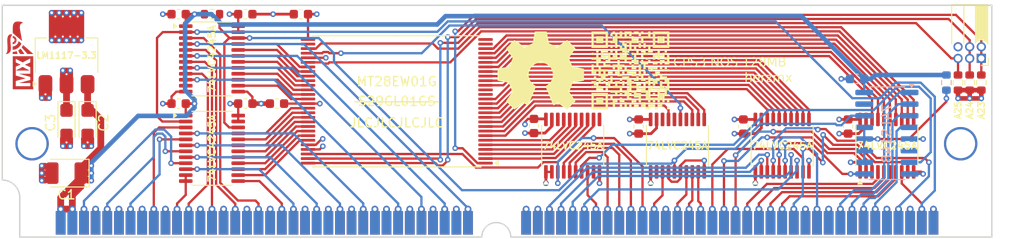
<source format=kicad_pcb>
(kicad_pcb (version 20240108) (generator "pcbnew") (generator_version "8.0")
  (layers (0 "F.Cu" signal) (1 "In1.Cu" signal) (2 "In2.Cu" signal) (31 "B.Cu" signal) (34 "B.Paste" user) (35 "F.Paste" user) (36 "B.SilkS" user "B.Silkscreen") (37 "F.SilkS" user "F.Silkscreen") (38 "B.Mask" user) (39 "F.Mask" user) (44 "Edge.Cuts" user))
  (net 0 "")
  (net 1 "VCC")
  (net 2 "GND")
  (net 3 "/SA20")
  (net 4 "/SA19")
  (net 5 "/SA18")
  (net 6 "/SA17")
  (net 7 "/SA16")
  (net 8 "/SA15")
  (net 9 "/SA14")
  (net 10 "/SA13")
  (net 11 "/SA12")
  (net 12 "/SA11")
  (net 13 "/SA10")
  (net 14 "/SA9")
  (net 15 "/SA8")
  (net 16 "/SA7")
  (net 17 "/SA6")
  (net 18 "/SA5")
  (net 19 "/SA4")
  (net 20 "/SA3")
  (net 21 "/SA2")
  (net 22 "/SA1")
  (net 23 "/SA0")
  (net 24 "/SRST")
  (net 25 "/SWE")
  (net 26 "/SOE")
  (net 27 "/A23")
  (net 28 "/A22")
  (net 29 "/A21")
  (net 30 "/A13")
  (net 31 "/A14")
  (net 32 "/A15")
  (net 33 "/A16")
  (net 34 "/A17")
  (net 35 "/A18")
  (net 36 "/A19")
  (net 37 "/A20")
  (net 38 "/OE")
  (net 39 "/WE")
  (net 40 "/A0")
  (net 41 "/A1")
  (net 42 "/A2")
  (net 43 "/A3")
  (net 44 "/A4")
  (net 45 "/A5")
  (net 46 "/A6")
  (net 47 "/A7")
  (net 48 "/A8")
  (net 49 "/A9")
  (net 50 "/A10")
  (net 51 "/A11")
  (net 52 "/A12")
  (net 53 "VDD")
  (net 54 "/D6")
  (net 55 "/D1")
  (net 56 "/D0")
  (net 57 "/D5")
  (net 58 "/D4")
  (net 59 "/D2")
  (net 60 "/D7")
  (net 61 "/D3")
  (net 62 "/D15")
  (net 63 "/D14")
  (net 64 "/D12")
  (net 65 "/D11")
  (net 66 "/D10")
  (net 67 "/D8")
  (net 68 "/D9")
  (net 69 "/D13")
  (net 70 "/SA21")
  (net 71 "/A24")
  (net 72 "/A25")
  (net 80 "/SD5")
  (net 81 "/SD7")
  (net 82 "/SD1")
  (net 83 "/SD0")
  (net 84 "/SD4")
  (net 85 "/SD2")
  (net 86 "/SD6")
  (net 87 "/SD3")
  (net 88 "/SD10")
  (net 89 "/SD11")
  (net 90 "/SD9")
  (net 91 "/SD8")
  (net 92 "/SD13")
  (net 93 "/SD12")
  (net 94 "/SD15")
  (net 95 "/SD14")
  (net 96 "/RST")
  (net 99 "/SA22")
  (net 101 "/SCE")
  (net 105 "/CED")
  (net 106 "/CEB")
  (net 107 "/CEC")
  (net 108 "/CEA")
  (net 180 "Net-(U9-I1)")
  (net 204 "/ROMCE")
  (footprint "Package_SO:TSSOP-24_4.4x7.8mm_P0.65mm" (layer "F.Cu") (at 110.3334 96.79)
    (property "Reference" "U3" (hide yes))
    (property "Value" "74LVC4245A")
  )
  (footprint "Capacitor_Tantalum_SMD:CP_EIA-3216-10_Kemet-I" (layer "F.Cu") (at 96.7584 94 -90)
    (property "Reference" "C2")
    (property "Value" "10uf")
  )
  (footprint "Package_SO:TSSOP-20_4.4x6.5mm_P0.65mm" (layer "F.Cu") (at 172.5634 96.5 90)
    (property "Reference" "U7" (hide yes))
    (property "Value" "74LVC245A")
  )
  (footprint "Capacitor_SMD:C_0603_1608Metric" (layer "F.Cu") (at 120.0392 82.15 180)
    (property "Reference" "C14" (hide yes))
    (property "Value" "100nf" (hide yes))
  )
  (footprint "Package_SO:TSOP-I-56_18.4x14mm_P0.5mm" (layer "F.Cu") (at 130.5017 91.66 180)
    (property "Reference" "U4" (hide yes))
    (property "Value" "S29GL01GS")
  )
  (footprint "CPS3:mx" (layer "F.Cu") (at 89.33 86.65 90)
    (property "Reference" "REF**" (hide yes))
    (property "Value" "mx" (hide yes))
  )
  (footprint "Connector_PinSocket_1.27mm:PinSocket_2x03_P1.27mm_Horizontal" (layer "F.Cu") (at 194.2994 86.9778 -90)
    (property "Reference" "J2" (hide yes))
    (property "Value" "Conn_02x03_Odd_Even" (hide yes))
  )
  (footprint "Package_SO:TSSOP-20_4.4x6.5mm_P0.65mm" (layer "F.Cu") (at 149.7034 96.5 90)
    (property "Reference" "U5" (hide yes))
    (property "Value" "74LVC245A")
  )
  (footprint "Resistor_SMD:R_0603_1608Metric" (layer "F.Cu") (at 191.7594 89.615 90)
    (property "Reference" "R3" (hide yes))
    (property "Value" "10K" (hide yes))
  )
  (footprint "Capacitor_SMD:C_0603_1608Metric" (layer "F.Cu") (at 113.9709 91.91)
    (property "Reference" "C7" (hide yes))
    (property "Value" "100nf")
  )
  (footprint "CPS3:place-hole" (layer "F.Cu") (at 90.6994 96.2908)
    (property "Reference" "REF**" (hide yes))
    (property "Value" "place-hole" (hide yes))
  )
  (footprint "Capacitor_SMD:C_0603_1608Metric" (layer "F.Cu") (at 145.4734 94.3525 -90)
    (property "Reference" "C9" (hide yes))
    (property "Value" "100nf" (hide yes))
  )
  (footprint "CPS3:QR-SIMM" (layer "F.Cu") (at 156 88.285)
    (property "Reference" "REF**" (hide yes))
    (property "Value" "QR-SIMM" (hide yes))
  )
  (footprint "Capacitor_Tantalum_SMD:CP_EIA-3216-10_Kemet-I" (layer "F.Cu") (at 94.4584 94 -90)
    (property "Reference" "C3")
    (property "Value" "10uf")
  )
  (footprint "Capacitor_Tantalum_SMD:CP_EIA-3528-12_Kemet-T" (layer "F.Cu") (at 94.4584 99.5 180)
    (property "Reference" "C1")
    (property "Value" "100uf")
  )
  (footprint "Package_SO:TSSOP-20_4.4x6.5mm_P0.65mm" (layer "F.Cu") (at 183.9934 96.5 90)
    (property "Reference" "U8" (hide yes))
    (property "Value" "74LVC245A")
  )
  (footprint "Capacitor_SMD:C_0603_1608Metric" (layer "F.Cu") (at 117.4309 91.91 180)
    (property "Reference" "C8" (hide yes))
    (property "Value" "100nf" (hide yes))
  )
  (footprint "Package_SO:TSSOP-20_4.4x6.5mm_P0.65mm" (layer "F.Cu") (at 161.1334 96.5 90)
    (property "Reference" "U6" (hide yes))
    (property "Value" "74LVC245A")
  )
  (footprint "Resistor_SMD:R_0603_1608Metric" (layer "F.Cu") (at 193.029399 89.615 90)
    (property "Reference" "R2" (hide yes))
    (property "Value" "10K" (hide yes))
  )
  (footprint "Capacitor_SMD:C_0603_1608Metric" (layer "F.Cu") (at 113.9709 82.15)
    (property "Reference" "C5" (hide yes))
    (property "Value" "100nf" (hide yes))
  )
  (footprint "Package_SO:TSSOP-24_4.4x7.8mm_P0.65mm" (layer "F.Cu") (at 110.3334 87.03)
    (property "Reference" "U2" (hide yes))
    (property "Value" "74LVC4245A")
  )
  (footprint "CPS3:place-hole" (layer "F.Cu") (at 192.0454 96.2908)
    (property "Reference" "REF**" (hide yes))
    (property "Value" "place-hole" (hide yes))
  )
  (footprint "Capacitor_SMD:C_0603_1608Metric" (layer "F.Cu") (at 168.3334 94.4125 -90)
    (property "Reference" "C11" (hide yes))
    (property "Value" "100nf" (hide yes))
  )
  (footprint "Capacitor_SMD:C_0603_1608Metric" (layer "F.Cu") (at 106.6959 82.15 180)
    (property "Reference" "C4" (hide yes))
    (property "Value" "100nf" (hide yes))
  )
  (footprint "Capacitor_SMD:C_0603_1608Metric" (layer "F.Cu") (at 106.6959 91.91 180)
    (property "Reference" "C6" (hide yes))
    (property "Value" "100nf" (hide yes))
  )
  (footprint "Package_TO_SOT_SMD:SOT-223-3_TabPin2" (layer "F.Cu") (at 94.4584 86.65 90)
    (property "Reference" "U1" (hide yes))
    (property "Value" "LM1117-3.3")
  )
  (footprint "Capacitor_SMD:C_0603_1608Metric" (layer "F.Cu") (at 179.7634 94.4125 -90)
    (property "Reference" "C12" (hide yes))
    (property "Value" "100nf" (hide yes))
  )
  (footprint "Resistor_SMD:R_0603_1608Metric" (layer "F.Cu") (at 194.2994 89.615 90)
    (property "Reference" "R1" (hide yes))
    (property "Value" "10K" (hide yes))
  )
  (footprint "Resistor_SMD:R_0603_1608Metric" (layer "F.Cu") (at 110.3334 82.15 180)
    (property "Reference" "R5" (hide yes))
    (property "Value" "10K" (hide yes))
  )
  (footprint "Capacitor_SMD:C_0603_1608Metric" (layer "F.Cu") (at 156.9034 94.4125 -90)
    (property "Reference" "C10" (hide yes))
    (property "Value" "100nf" (hide yes))
  )
  (footprint "CPS3:OpenHW_H8.5" (layer "F.Cu") (at 146.22 88.285)
    (property "Reference" "REF**" (hide yes))
    (property "Value" "OpenHW_H8.5" (hide yes))
  )
  (footprint "Resistor_SMD:R_0603_1608Metric" (layer "B.Cu") (at 190.4894 89.615 90)
    (property "Reference" "R4" (hide yes))
    (property "Value" "10K" (hide yes))
  )
  (footprint "Package_SO:SOIC-16_3.9x9.9mm_P1.27mm" (layer "B.Cu") (at 183.9934 95.14 180)
    (property "Reference" "U9" (hide yes))
    (property "Value" "74LS148")
  )
  (footprint "CPS3:SIMM_EDGE" (layer "B.Cu") (at 141.4484 104.2838 180)
    (property "Reference" "J4" (hide yes))
    (property "Value" "128MB" (hide yes))
  )
  (footprint "Capacitor_SMD:C_0603_1608Metric" (layer "B.Cu") (at 180.7434 89.21 180)
    (property "Reference" "C13" (hide yes))
    (property "Value" "100nf" (hide yes))
  )
  (gr_line (start 195.4494 81.1778) (end 87.4484 81.1778) (stroke (width 0.15)) (layer "Edge.Cuts"))
  (gr_line (start 87.4484 81.1778) (end 87.4484 95.7408) (stroke (width 0.15)) (layer "Edge.Cuts"))
  (gr_line (start 87.4484 95.7408) (end 87.4484 100.2528) (stroke (width 0.15)) (layer "Edge.Cuts"))
  (gr_arc (start 87.4484 100.2528) (mid 88.795438 100.810762) (end 89.3534 102.1578) (stroke (width 0.15)) (layer "Edge.Cuts"))
  (gr_arc (start 139.7814 106.4758) (mid 141.3644 104.8928) (end 142.9474 106.4758) (stroke (width 0.15)) (layer "Edge.Cuts"))
  (gr_line (start 142.9474 106.4758) (end 195.4494 106.4758) (stroke (width 0.15)) (layer "Edge.Cuts"))
  (gr_line (start 195.4494 106.4758) (end 195.4494 81.1778) (stroke (width 0.15)) (layer "Edge.Cuts"))
  (gr_line (start 89.3534 106.4758) (end 139.7814 106.4758) (stroke (width 0.15)) (layer "Edge.Cuts"))
  (gr_line (start 89.3534 102.1578) (end 89.3534 106.4758) (stroke (width 0.15)) (layer "Edge.Cuts"))
  (gr_text "A23" (at 194.2994 93.7 90) (layer "F.SilkS") (effects (font (size 0.7 0.7)) (justify left)))
  (gr_text "MT28EW01G" (at 130.5017 89.5 0) (layer "F.SilkS") (effects (font (size 1 1))))
  (gr_text "A25" (at 191.7594 93.7 90) (layer "F.SilkS") (effects (font (size 0.7 0.7)) (justify left)))
  (gr_text "____________" (at 130.5017 91.16 0) (layer "F.SilkS") (effects (font (size 1 1))))
  (gr_text "A24" (at 193.029399 93.7 90) (layer "F.SilkS") (effects (font (size 0.7 0.7)) (justify left)))
  (gr_text "JLCJLCJLCJLC" (at 130.5017 94 0) (layer "F.SilkS") (effects (font (size 1 1))))
  (gr_text "CPS3 NOS 128MB\n                   herzmx" (at 166.8484 88.285 0) (layer "F.SilkS") (effects (font (size 1 1))))
  (segment (start 96.0375 99.5) (end 96.0375 100.9625) (width 0.741) (layer "F.Cu") (net 1))
  (segment (start 98.2 96.77) (end 98.2 93.625) (width 0.741) (layer "F.Cu") (net 1))
  (segment (start 108.4259 91.91) (end 107.4709 91.91) (width 0.305) (layer "F.Cu") (net 1))
  (segment (start 97.1634 99.5) (end 95.9959 99.5) (width 0.61) (layer "F.Cu") (net 1))
  (segment (start 93.8234 102.1766) (end 93.8234 103.4268) (width 0.741) (layer "F.Cu") (net 1))
  (segment (start 107.4709 82.15) (end 107.4709 83.455) (width 0.25) (layer "F.Cu") (net 1))
  (segment (start 96.805903 100.310003) (end 95.9959 99.5) (width 0.61) (layer "F.Cu") (net 1))
  (segment (start 97.1634 100.310003) (end 96.805903 100.310003) (width 0.61) (layer "F.Cu") (net 1))
  (segment (start 95.0934 101.9066) (end 95.0934 103.4268) (width 0.741) (layer "F.Cu") (net 1))
  (segment (start 96.7584 92.65) (end 96.7584 89.8) (width 0.74) (layer "F.Cu") (net 1))
  (segment (start 108.4259 82.15) (end 107.4709 82.15) (width 0.305) (layer "F.Cu") (net 1))
  (segment (start 96.0375 98.9325) (end 98.2 96.77) (width 0.741) (layer "F.Cu") (net 1))
  (segment (start 96.0375 100.9625) (end 95.0934 101.9066) (width 0.741) (layer "F.Cu") (net 1))
  (segment (start 96.0375 99.9625) (end 93.8234 102.1766) (width 0.741) (layer "F.Cu") (net 1))
  (segment (start 97.225 92.65) (end 96.7584 92.65) (width 0.741) (layer "F.Cu") (net 1))
  (segment (start 95.0934 103.4268) (end 93.8234 103.4268) (width 0.741) (layer "F.Cu") (net 1))
  (segment (start 97.1634 98.689997) (end 96.805903 98.689997) (width 0.61) (layer "F.Cu") (net 1))
  (segment (start 107.4709 91.91) (end 107.4709 93.215) (width 0.25) (layer "F.Cu") (net 1))
  (segment (start 109.5084 82.15) (end 108.4259 82.15) (width 0.305) (layer "F.Cu") (net 1))
  (segment (start 96.0375 99.5) (end 96.0375 99.9625) (width 0.741) (layer "F.Cu") (net 1))
  (segment (start 96.805903 98.689997) (end 95.9959 99.5) (width 0.61) (layer "F.Cu") (net 1))
  (segment (start 98.2 93.625) (end 97.225 92.65) (width 0.741) (layer "F.Cu") (net 1))
  (segment (start 96.0375 99.5) (end 96.0375 98.9325) (width 0.741) (layer "F.Cu") (net 1))
  (via (at 97.1634 100.310003) (size 0.61) (drill 0.305) (layers "F.Cu" "B.Cu") (net 1))
  (via (at 97.1634 98.689997) (size 0.61) (drill 0.305) (layers "F.Cu" "B.Cu") (net 1))
  (via (at 97.1634 99.5) (size 0.61) (drill 0.305) (layers "F.Cu" "B.Cu") (net 1))
  (via (at 108.4259 91.91) (size 0.61) (drill 0.305) (layers "F.Cu" "B.Cu") (net 1))
  (via (at 108.4259 82.15) (size 0.61) (drill 0.305) (layers "F.Cu" "B.Cu") (net 1))
  (segment (start 174.6734 82.365) (end 181.5184 89.21) (width 0.5) (layer "B.Cu") (net 1))
  (segment (start 111.405 83.275) (end 134.915432 83.275) (width 0.5) (layer "B.Cu") (net 1))
  (segment (start 108.4259 91.91) (end 108.4259 92.3491) (width 0.5) (layer "B.Cu") (net 1))
  (segment (start 107.525 93.25) (end 102.275 93.25) (width 0.5) (layer "B.Cu") (net 1))
  (segment (start 108.4259 91.91) (end 108.4259 91.4759) (width 0.5) (layer "B.Cu") (net 1))
  (segment (start 107.4 83.1759) (end 108.4259 82.15) (width 0.5) (layer "B.Cu") (net 1))
  (segment (start 181.5184 89.21) (end 182.265 89.21) (width 0.5) (layer "B.Cu") (net 1))
  (segment (start 108.4259 91.4759) (end 107.4 90.45) (width 0.5) (layer "B.Cu") (net 1))
  (segment (start 97.1634 98.3616) (end 97.1634 98.689997) (width 0.5) (layer "B.Cu") (net 1))
  (segment (start 134.915432 83.275) (end 135.825432 82.365) (width 0.5) (layer "B.Cu") (net 1))
  (segment (start 182.685 88.79) (end 190.4894 88.79) (width 0.5) (layer "B.Cu") (net 1))
  (segment (start 110.28 82.15) (end 111.405 83.275) (width 0.5) (layer "B.Cu") (net 1))
  (segment (start 182.265 89.21) (end 182.685 88.79) (width 0.5) (layer "B.Cu") (net 1))
  (segment (start 102.275 93.25) (end 97.1634 98.3616) (width 0.5) (layer "B.Cu") (net 1))
  (segment (start 135.825432 82.365) (end 174.6734 82.365) (width 0.5) (layer "B.Cu") (net 1))
  (segment (start 181.5184 89.21) (end 181.5184 90.695) (width 0.25) (layer "B.Cu") (net 1))
  (segment (start 108.4259 82.15) (end 110.28 82.15) (width 0.5) (layer "B.Cu") (net 1))
  (segment (start 107.4 90.45) (end 107.4 83.1759) (width 0.5) (layer "B.Cu") (net 1))
  (segment (start 108.4259 92.3491) (end 107.525 93.25) (width 0.5) (layer "B.Cu") (net 1))
  (segment (start 97.1634 100.310003) (end 97.1634 98.689997) (width 0.5) (layer "B.Cu") (net 1))
  (segment (start 145.4734 95.1275) (end 146.675899 95.1275) (width 0.305) (layer "F.Cu") (net 2))
  (segment (start 94.053399 96.555) (end 94.863402 96.555) (width 0.61) (layer "F.Cu") (net 2))
  (segment (start 92.563402 91.305) (end 91.753399 91.305) (width 0.61) (layer "F.Cu") (net 2))
  (segment (start 160.498401 100.44) (end 160.1584 100.099999) (width 0.25) (layer "F.Cu") (net 2))
  (segment (start 107.4709 90.605) (end 106.445 90.605) (width 0.25) (layer "F.Cu") (net 2))
  (segment (start 91.753399 90.205001) (end 92.1584 89.8) (width 0.61) (layer "F.Cu") (net 2))
  (segment (start 113.1959 90.605) (end 114.18 90.605) (width 0.25) (layer "F.Cu") (net 2))
  (segment (start 151.9784 99.3625) (end 152.6284 99.3625) (width 0.25) (layer "F.Cu") (net 2))
  (segment (start 146.675899 95.1275) (end 147.4284 94.374999) (width 0.305) (layer "F.Cu") (net 2))
  (segment (start 92.110897 98.689997) (end 92.9209 99.5) (width 0.61) (layer "F.Cu") (net 2))
  (segment (start 155.9234 95.1875) (end 156.9034 95.1875) (width 0.305) (layer "F.Cu") (net 2))
  (segment (start 91.7534 99.5) (end 92.9209 99.5) (width 0.61) (layer "F.Cu") (net 2))
  (segment (start 167.3534 95.1875) (end 168.3334 95.1875) (width 0.305) (layer "F.Cu") (net 2))
  (segment (start 91.7534 98.689997) (end 91.7534 100.310003) (width 0.61) (layer "F.Cu") (net 2))
  (segment (start 161.4584 100.099999) (end 161.118399 100.44) (width 0.25) (layer "F.Cu") (net 2))
  (segment (start 96.353399 96.555) (end 96.353399 95.755001) (width 0.61) (layer "F.Cu") (net 2))
  (segment (start 91.753399 91.305) (end 91.753399 90.205001) (width 0.61) (layer "F.Cu") (net 2))
  (segment (start 97.163402 96.555) (end 96.353399 96.555) (width 0.61) (layer "F.Cu") (net 2))
  (segment (start 107.4709 100.365) (end 107.4709 101.8691) (width 0.25) (layer "F.Cu") (net 2))
  (segment (start 114.7459 91.1709) (end 114.7459 91.91) (width 0.25) (layer "F.Cu") (net 2))
  (segment (start 114.7459 82.15) (end 117.00505 82.15) (width 0.305) (layer "F.Cu") (net 2))
  (segment (start 178.7834 95.1875) (end 179.7634 95.1875) (width 0.305) (layer "F.Cu") (net 2))
  (segment (start 160.1584 100.099999) (end 160.1584 99.3625) (width 0.25) (layer "F.Cu") (net 2))
  (segment (start 121.669464 96.41) (end 122.318951 95.760513) (width 0.25) (layer "F.Cu") (net 2))
  (segment (start 94.053399 96.555) (end 94.053399 95.755001) (width 0.61) (layer "F.Cu") (net 2))
  (segment (start 92.563402 91.305) (end 92.563402 90.205002) (width 0.61) (layer "F.Cu") (net 2))
  (segment (start 170.2884 94.578812) (end 170.2884 93.6375) (width 0.305) (layer "F.Cu") (net 2))
  (segment (start 161.118399 100.44) (end 160.498401 100.44) (width 0.25) (layer "F.Cu") (net 2))
  (segment (start 158.249712 95.1875) (end 158.8584 94.578812) (width 0.305) (layer "F.Cu") (net 2))
  (segment (start 113.1959 100.365) (end 115.505 100.365) (width 0.25) (layer "F.Cu") (net 2))
  (segment (start 115.505 100.365) (end 117.9534 102.8134) (width 0.25) (layer "F.Cu") (net 2))
  (segment (start 114.18 90.605) (end 114.7459 91.1709) (width 0.25) (layer "F.Cu") (net 2))
  (segment (start 105.9209 91.1291) (end 105.9209 91.91) (width 0.25) (layer "F.Cu") (net 2))
  (segment (start 94.863402 96.555) (end 94.863402 95.755002) (width 0.61) (layer "F.Cu") (net 2))
  (segment (start 117.9534 102.8134) (end 117.9534 103.4268) (width 0.25) (layer "F.Cu") (net 2))
  (segment (start 119.2642 82.15) (end 117.00505 82.15) (width 0.305) (layer "F.Cu") (net 2))
  (segment (start 169.679712 95.1875) (end 170.2884 94.578812) (width 0.305) (layer "F.Cu") (net 2))
  (segment (start 175.4884 99.3625) (end 175.4884 98.12) (width 0.305) (layer "F.Cu") (net 2))
  (segment (start 92.563402 90.205002) (end 92.1584 89.8) (width 0.61) (layer "F.Cu") (net 2))
  (segment (start 122.318951 95.760513) (end 122.422741 95.760513) (width 0.25) (layer "F.Cu") (net 2))
  (segment (start 147.4284 94.374999) (end 147.4284 93.6375) (width 0.305) (layer "F.Cu") (net 2))
  (segment (start 114.7459 91.91) (end 116.6559 91.91) (width 0.5) (layer "F.Cu") (net 2))
  (segment (start 91.7534 100.310003) (end 92.110897 100.310003) (width 0.61) (layer "F.Cu") (net 2))
  (segment (start 97.163402 96.555) (end 97.163402 95.755002) (width 0.61) (layer "F.Cu") (net 2))
  (segment (start 162.009588 98.12) (end 161.4584 98.671188) (width 0.25) (layer "F.Cu") (net 2))
  (segment (start 107.4709 99.715) (end 107.4709 100.365) (width 0.25) (layer "F.Cu") (net 2))
  (segment (start 104.9659 91.91) (end 105.9209 91.91) (width 0.305) (layer "F.Cu") (net 2))
  (segment (start 120.8142 96.41) (end 121.669464 96.41) (width 0.25) (layer "F.Cu") (net 2))
  (segment (start 161.4584 99.3625) (end 161.4584 100.099999) (width 0.25) (layer "F.Cu") (net 2))
  (segment (start 186.9184 99.3625) (end 187.725899 99.3625) (width 0.305) (layer "F.Cu") (net 2))
  (segment (start 94.863402 95.755002) (end 94.4584 95.35) (width 0.61) (layer "F.Cu") (net 2))
  (segment (start 152.6284 100.605) (end 152.6284 99.3625) (width 0.305) (layer "F.Cu") (net 2))
  (segment (start 122.756699 86.91) (end 120.8142 86.91) (width 0.25) (layer "F.Cu") (net 2))
  (segment (start 180.905899 95.1875) (end 181.7184 94.374999) (width 0.305) (layer "F.Cu") (net 2))
  (segment (start 97.163402 95.755002) (end 96.7584 95.35) (width 0.61) (layer "F.Cu") (net 2))
  (segment (start 161.4584 98.671188) (end 161.4584 99.3625) (width 0.25) (layer "F.Cu") (net 2))
  (segment (start 158.8584 94.578812) (end 158.8584 93.6375) (width 0.305) (layer "F.Cu") (net 2))
  (segment (start 181.7184 94.374999) (end 181.7184 93.6375) (width 0.305) (layer "F.Cu") (net 2))
  (segment (start 144.4934 95.1275) (end 145.4734 95.1275) (width 0.305) (layer "F.Cu") (net 2))
  (segment (start 96.353399 95.755001) (end 96.7584 95.35) (width 0.61) (layer "F.Cu") (net 2))
  (segment (start 106.445 90.605) (end 105.9209 91.1291) (width 0.25) (layer "F.Cu") (net 2))
  (segment (start 107.4709 101.8691) (end 106.5234 102.8166) (width 0.25) (layer "F.Cu") (net 2))
  (segment (start 187.725899 99.3625) (end 187.948399 99.585) (width 0.305) (layer "F.Cu") (net 2))
  (segment (start 91.7534 98.689997) (end 92.110897 98.689997) (width 0.61) (layer "F.Cu") (net 2))
  (segment (start 164.0584 98.12) (end 164.0584 99.3625) (width 0.305) (layer "F.Cu") (net 2))
  (segment (start 156.9034 95.1875) (end 158.249712 95.1875) (width 0.305) (layer "F.Cu") (net 2))
  (segment (start 168.3334 95.1875) (end 169.679712 95.1875) (width 0.305) (layer "F.Cu") (net 2))
  (segment (start 164.0584 98.12) (end 162.009588 98.12) (width 0.25) (layer "F.Cu") (net 2))
  (segment (start 104.9659 82.15) (end 105.9209 82.15) (width 0.305) (layer "F.Cu") (net 2))
  (segment (start 107.4709 89.955) (end 107.4709 90.605) (width 0.25) (layer "F.Cu") (net 2))
  (segment (start 106.5234 102.8166) (end 106.5234 103.4268) (width 0.25) (layer "F.Cu") (net 2))
  (segment (start 179.7634 95.1875) (end 180.905899 95.1875) (width 0.305) (layer "F.Cu") (net 2))
  (segment (start 92.110897 100.310003) (end 92.9209 99.5) (width 0.61) (layer "F.Cu") (net 2))
  (segment (start 94.053399 95.755001) (end 94.4584 95.35) (width 0.61) (layer "F.Cu") (net 2))
  (via (at 144.4934 95.1275) (size 0.61) (drill 0.305) (layers "F.Cu" "B.Cu") (net 2))
  (via (at 117.00505 82.15) (size 0.61) (drill 0.305) (layers "F.Cu" "B.Cu") (net 2))
  (via (at 187.948399 95.775) (size 0.61) (drill 0.305) (layers "F.Cu" "B.Cu") (net 2))
  (via (at 97.163402 96.555) (size 0.61) (drill 0.305) (layers "F.Cu" "B.Cu") (net 2))
  (via (at 96.353399 96.555) (size 0.61) (drill 0.305) (layers "F.Cu" "B.Cu") (net 2))
  (via (at 94.863402 96.555) (size 0.61) (drill 0.305) (layers "F.Cu" "B.Cu") (net 2))
  (via (at 164.0584 98.12) (size 0.61) (drill 0.305) (layers "F.Cu" "B.Cu") (net 2))
  (via (at 122.422741 95.760513) (size 0.61) (drill 0.305) (layers "F.Cu" "B.Cu") (net 2))
  (via (at 94.053399 96.555) (size 0.61) (drill 0.305) (layers "F.Cu" "B.Cu") (net 2))
  (via (at 167.3534 95.1875) (size 0.61) (drill 0.305) (layers "F.Cu" "B.Cu") (net 2))
  (via (at 91.7534 98.689997) (size 0.61) (drill 0.305) (layers "F.Cu" "B.Cu") (net 2))
  (via (at 91.7534 100.310003) (size 0.61) (drill 0.305) (layers "F.Cu" "B.Cu") (net 2))
  (via (at 92.563402 91.305) (size 0.61) (drill 0.305) (layers "F.Cu" "B.Cu") (net 2))
  (via (at 104.9659 91.91) (size 0.61) (drill 0.305) (layers "F.Cu" "B.Cu") (net 2))
  (via (at 152.6284 100.605) (size 0.61) (drill 0.305) (layers "F.Cu" "B.Cu") (net 2))
  (via (at 178.7834 95.1875) (size 0.61) (drill 0.305) (layers "F.Cu" "B.Cu") (net 2))
  (via (at 179.0134 89.21) (size 0.61) (drill 0.305) (layers "F.Cu" "B.Cu") (net 2))
  (via (at 187.948399 99.585) (size 0.61) (drill 0.305) (layers "F.Cu" "B.Cu") (net 2))
  (via (at 175.4884 98.12) (size 0.61) (drill 0.305) (layers "F.Cu" "B.Cu") (net 2))
  (via (at 91.7534 99.5) (size 0.61) (drill 0.305) (layers "F.Cu" "B.Cu") (net 2))
  (via (at 104.9659 82.15) (size 0.61) (drill 0.305) (layers "F.Cu" "B.Cu") (net 2))
  (via (at 122.756699 86.91) (size 0.61) (drill 0.305) (layers "F.Cu" "B.Cu") (net 2))
  (via (at 91.753399 91.305) (size 0.61) (drill 0.305) (layers "F.Cu" "B.Cu") (net 2))
  (via (at 155.9234 95.1875) (size 0.61) (drill 0.305) (layers "F.Cu" "B.Cu") (net 2))
  (via (at 115.7009 91.91) (size 0.61) (drill 0.305) (layers "F.Cu" "B.Cu") (net 2))
  (segment (start 187.948399 95.775) (end 186.4684 95.775) (width 0.25) (layer "B.Cu") (net 2))
  (segment (start 179.9684 89.21) (end 179.0134 89.21) (width 0.305) (layer "B.Cu") (net 2))
  (segment (start 186.4684 99.585) (end 187.948399 99.585) (width 0.25) (layer "B.Cu") (net 2))
  (segment (start 170.9384 97.49) (end 170.9384 99.3625) (width 0.25) (layer "F.Cu") (net 3))
  (via (at 170.9384 97.49) (size 0.61) (drill 0.305) (layers "F.Cu" "B.Cu") (net 3))
  (segment (start 147.1634 103.04735) (end 151.30075 98.91) (width 0.25) (layer "B.Cu") (net 3))
  (segment (start 151.30075 98.91) (end 168.607445 98.91) (width 0.25) (layer "B.Cu") (net 3))
  (segment (start 168.607445 98.91) (end 170.027445 97.49) (width 0.25) (layer "B.Cu") (net 3))
  (segment (start 170.027445 97.49) (end 170.9384 97.49) (width 0.25) (layer "B.Cu") (net 3))
  (segment (start 147.1634 103.4268) (end 147.1634 103.04735) (width 0.25) (layer "B.Cu") (net 3))
  (segment (start 170.2884 98.12) (end 170.2884 99.3625) (width 0.25) (layer "F.Cu") (net 4))
  (via (at 170.2884 98.12) (size 0.61) (drill 0.305) (layers "F.Cu" "B.Cu") (net 4))
  (segment (start 148.4334 102.8166) (end 151.89 99.36) (width 0.25) (layer "B.Cu") (net 4))
  (segment (start 169.0484 99.36) (end 170.2884 98.12) (width 0.25) (layer "B.Cu") (net 4))
  (segment (start 148.4334 103.4268) (end 148.4334 102.8166) (width 0.25) (layer "B.Cu") (net 4))
  (segment (start 151.89 99.36) (end 169.0484 99.36) (width 0.25) (layer "B.Cu") (net 4))
  (segment (start 173.565 97.4866) (end 173.5384 97.5132) (width 0.25) (layer "F.Cu") (net 5))
  (segment (start 173.5384 97.5132) (end 173.5384 99.3625) (width 0.25) (layer "F.Cu") (net 5))
  (via (at 173.5384 97.49) (size 0.61) (drill 0.305) (layers "F.Cu" "B.Cu") (net 5))
  (segment (start 172.953604 99.81) (end 173.5384 99.225204) (width 0.25) (layer "B.Cu") (net 5))
  (segment (start 149.7034 103.4268) (end 149.7034 102.639045) (width 0.25) (layer "B.Cu") (net 5))
  (segment (start 152.532445 99.81) (end 172.953604 99.81) (width 0.25) (layer "B.Cu") (net 5))
  (segment (start 149.7034 102.639045) (end 152.532445 99.81) (width 0.25) (layer "B.Cu") (net 5))
  (segment (start 173.5384 99.225204) (end 173.5384 97.49) (width 0.25) (layer "B.Cu") (net 5))
  (segment (start 174.195 98.1366) (end 174.1884 98.1432) (width 0.25) (layer "F.Cu") (net 6))
  (segment (start 174.1884 98.1432) (end 174.1884 99.3625) (width 0.25) (layer "F.Cu") (net 6))
  (via (at 174.1884 98.12) (size 0.61) (drill 0.305) (layers "F.Cu" "B.Cu") (net 6))
  (segment (start 152.575 101.275) (end 172.125 101.275) (width 0.25) (layer "B.Cu") (net 6))
  (segment (start 150.9734 103.4268) (end 150.9734 102.8766) (width 0.25) (layer "B.Cu") (net 6))
  (segment (start 172.125 101.275) (end 174.195 99.205) (width 0.25) (layer "B.Cu") (net 6))
  (segment (start 150.9734 102.8766) (end 152.575 101.275) (width 0.25) (layer "B.Cu") (net 6))
  (segment (start 174.195 99.205) (end 174.195 98.1366) (width 0.25) (layer "B.Cu") (net 6))
  (segment (start 151.3284 99.3625) (end 151.3284 101.8984) (width 0.25) (layer "F.Cu") (net 7))
  (segment (start 151.3284 101.8984) (end 152.2434 102.8134) (width 0.25) (layer "F.Cu") (net 7))
  (segment (start 152.2434 102.8134) (end 152.2434 103.4268) (width 0.25) (layer "F.Cu") (net 7))
  (segment (start 151.172792 97.2) (end 152.95 97.2) (width 0.25) (layer "F.Cu") (net 8))
  (segment (start 153.5134 97.7634) (end 153.5134 103.4268) (width 0.25) (layer "F.Cu") (net 8))
  (segment (start 150.0284 98.344392) (end 151.172792 97.2) (width 0.25) (layer "F.Cu") (net 8))
  (segment (start 152.95 97.2) (end 153.5134 97.7634) (width 0.25) (layer "F.Cu") (net 8))
  (segment (start 150.0284 99.3625) (end 150.0284 98.344392) (width 0.25) (layer "F.Cu") (net 8))
  (segment (start 154.038604 96.75) (end 154.7834 97.494796) (width 0.25) (layer "F.Cu") (net 9))
  (segment (start 154.7834 97.494796) (end 154.7834 103.4268) (width 0.25) (layer "F.Cu") (net 9))
  (segment (start 150.986396 96.75) (end 154.038604 96.75) (width 0.25) (layer "F.Cu") (net 9))
  (segment (start 149.3784 99.3625) (end 149.3784 98.357996) (width 0.25) (layer "F.Cu") (net 9))
  (segment (start 149.3784 98.357996) (end 150.986396 96.75) (width 0.25) (layer "F.Cu") (net 9))
  (segment (start 150.8 96.3) (end 154.225 96.3) (width 0.25) (layer "F.Cu") (net 10))
  (segment (start 156.0534 98.1284) (end 156.0534 103.4268) (width 0.25) (layer "F.Cu") (net 10))
  (segment (start 148.7284 98.3716) (end 150.8 96.3) (width 0.25) (layer "F.Cu") (net 10))
  (segment (start 154.225 96.3) (end 156.0534 98.1284) (width 0.25) (layer "F.Cu") (net 10))
  (segment (start 148.7284 99.3625) (end 148.7284 98.3716) (width 0.25) (layer "F.Cu") (net 10))
  (segment (start 154.231396 95.67) (end 157.3234 98.762004) (width 0.25) (layer "F.Cu") (net 11))
  (segment (start 157.3234 98.762004) (end 157.3234 103.4268) (width 0.25) (layer "F.Cu") (net 11))
  (segment (start 151.9784 95.67) (end 154.231396 95.67) (width 0.25) (layer "F.Cu") (net 11))
  (segment (start 148.0784 99.3625) (end 148.0784 100.604999) (width 0.25) (layer "F.Cu") (net 11))
  (via (at 151.9784 95.67) (size 0.61) (drill 0.305) (layers "F.Cu" "B.Cu") (net 11))
  (via (at 148.0784 100.604999) (size 0.61) (drill 0.305) (layers "F.Cu" "B.Cu") (net 11))
  (segment (start 150.68 95.67) (end 151.9784 95.67) (width 0.25) (layer "B.Cu") (net 11))
  (segment (start 148.0784 98.2716) (end 150.68 95.67) (width 0.25) (layer "B.Cu") (net 11))
  (segment (start 148.0784 100.604999) (end 148.0784 98.2716) (width 0.25) (layer "B.Cu") (net 11))
  (segment (start 159.5084 99.3625) (end 159.5084 101.9116) (width 0.25) (layer "F.Cu") (net 12))
  (segment (start 159.5084 101.9116) (end 158.5934 102.8266) (width 0.25) (layer "F.Cu") (net 12))
  (segment (start 158.5934 102.8266) (end 158.5934 103.4268) (width 0.25) (layer "F.Cu") (net 12))
  (segment (start 161.1334 102.8066) (end 161.1334 103.4268) (width 0.25) (layer "F.Cu") (net 13))
  (segment (start 162.1084 101.8316) (end 161.1334 102.8066) (width 0.25) (layer "F.Cu") (net 13))
  (segment (start 162.1084 99.3625) (end 162.1084 101.8316) (width 0.25) (layer "F.Cu") (net 13))
  (segment (start 162.7584 99.3625) (end 162.7584 102.4716) (width 0.25) (layer "F.Cu") (net 14))
  (segment (start 162.7584 102.4716) (end 162.4034 102.8266) (width 0.25) (layer "F.Cu") (net 14))
  (segment (start 162.4034 102.8266) (end 162.4034 103.4268) (width 0.25) (layer "F.Cu") (net 14))
  (segment (start 163.4084 99.3625) (end 163.4084 102.5484) (width 0.25) (layer "F.Cu") (net 15))
  (segment (start 163.4084 102.5484) (end 163.6734 102.8134) (width 0.25) (layer "F.Cu") (net 15))
  (segment (start 163.6734 102.8134) (end 163.6734 103.4268) (width 0.25) (layer "F.Cu") (net 15))
  (segment (start 164.9434 98.549045) (end 166.632445 96.86) (width 0.25) (layer "F.Cu") (net 16))
  (segment (start 174.8384 97.879045) (end 174.8384 99.3625) (width 0.25) (layer "F.Cu") (net 16))
  (segment (start 173.819355 96.86) (end 174.8384 97.879045) (width 0.25) (layer "F.Cu") (net 16))
  (segment (start 166.632445 96.86) (end 173.819355 96.86) (width 0.25) (layer "F.Cu") (net 16))
  (segment (start 164.9434 103.4268) (end 164.9434 98.549045) (width 0.25) (layer "F.Cu") (net 16))
  (segment (start 177.501104 97.3125) (end 175.788604 95.6) (width 0.25) (layer "F.Cu") (net 17))
  (segment (start 181.7184 98.625001) (end 180.405899 97.3125) (width 0.25) (layer "F.Cu") (net 17))
  (segment (start 175.788604 95.6) (end 170.9384 95.6) (width 0.25) (layer "F.Cu") (net 17))
  (segment (start 180.405899 97.3125) (end 177.501104 97.3125) (width 0.25) (layer "F.Cu") (net 17))
  (segment (start 181.7184 99.3625) (end 181.7184 98.625001) (width 0.25) (layer "F.Cu") (net 17))
  (segment (start 166.2134 103.4268) (end 166.2134 98.17) (width 0.25) (layer "F.Cu") (net 17))
  (via (at 166.2134 98.17) (size 0.61) (drill 0.305) (layers "F.Cu" "B.Cu") (net 17))
  (via (at 170.9384 95.6) (size 0.61) (drill 0.305) (layers "F.Cu" "B.Cu") (net 17))
  (segment (start 167.755 98.17) (end 170.325 95.6) (width 0.25) (layer "B.Cu") (net 17))
  (segment (start 166.2134 98.17) (end 167.755 98.17) (width 0.25) (layer "B.Cu") (net 17))
  (segment (start 170.325 95.6) (end 170.9384 95.6) (width 0.25) (layer "B.Cu") (net 17))
  (segment (start 182.3684 99.3625) (end 182.3684 98.625001) (width 0.25) (layer "F.Cu") (net 18))
  (segment (start 175.795 94.97) (end 171.5884 94.97) (width 0.25) (layer "F.Cu") (net 18))
  (segment (start 167.4834 103.4268) (end 167.4834 97.54) (width 0.25) (layer "F.Cu") (net 18))
  (segment (start 180.605899 96.8625) (end 177.6875 96.8625) (width 0.25) (layer "F.Cu") (net 18))
  (segment (start 177.6875 96.8625) (end 175.795 94.97) (width 0.25) (layer "F.Cu") (net 18))
  (segment (start 182.3684 98.625001) (end 180.605899 96.8625) (width 0.25) (layer "F.Cu") (net 18))
  (via (at 167.4834 97.54) (size 0.61) (drill 0.305) (layers "F.Cu" "B.Cu") (net 18))
  (via (at 171.5884 94.97) (size 0.61) (drill 0.305) (layers "F.Cu" "B.Cu") (net 18))
  (segment (start 167.4834 97.54) (end 169.4234 95.6) (width 0.25) (layer "B.Cu") (net 18))
  (segment (start 170.0534 94.97) (end 171.5884 94.97) (width 0.25) (layer "B.Cu") (net 18))
  (segment (start 169.4234 95.6) (end 170.0534 94.97) (width 0.25) (layer "B.Cu") (net 18))
  (segment (start 183.0184 100.099999) (end 182.443399 100.675) (width 0.25) (layer "F.Cu") (net 19))
  (segment (start 183.0184 99.3625) (end 183.0184 100.099999) (width 0.25) (layer "F.Cu") (net 19))
  (segment (start 170.9 100.675) (end 168.7534 102.8216) (width 0.25) (layer "F.Cu") (net 19))
  (segment (start 182.443399 100.675) (end 170.9 100.675) (width 0.25) (layer "F.Cu") (net 19))
  (segment (start 168.7534 102.8216) (end 168.7534 103.4268) (width 0.25) (layer "F.Cu") (net 19))
  (segment (start 183.6684 100.099999) (end 182.643399 101.125) (width 0.25) (layer "F.Cu") (net 20))
  (segment (start 182.643399 101.125) (end 171.7 101.125) (width 0.25) (layer "F.Cu") (net 20))
  (segment (start 183.6684 99.3625) (end 183.6684 100.099999) (width 0.25) (layer "F.Cu") (net 20))
  (segment (start 170.0234 102.8016) (end 170.0234 103.4268) (width 0.25) (layer "F.Cu") (net 20))
  (segment (start 171.7 101.125) (end 170.0234 102.8016) (width 0.25) (layer "F.Cu") (net 20))
  (segment (start 184.3184 99.3625) (end 184.3184 100.099999) (width 0.25) (layer "F.Cu") (net 21))
  (segment (start 182.843399 101.575) (end 172.55 101.575) (width 0.25) (layer "F.Cu") (net 21))
  (segment (start 171.2934 102.8316) (end 171.2934 103.4268) (width 0.25) (layer "F.Cu") (net 21))
  (segment (start 184.3184 100.099999) (end 182.843399 101.575) (width 0.25) (layer "F.Cu") (net 21))
  (segment (start 172.55 101.575) (end 171.2934 102.8316) (width 0.25) (layer "F.Cu") (net 21))
  (segment (start 172.5634 102.8366) (end 172.5634 103.4268) (width 0.25) (layer "F.Cu") (net 22))
  (segment (start 184.9684 100.099999) (end 183.043399 102.025) (width 0.25) (layer "F.Cu") (net 22))
  (segment (start 184.9684 99.3625) (end 184.9684 100.099999) (width 0.25) (layer "F.Cu") (net 22))
  (segment (start 183.043399 102.025) (end 173.375 102.025) (width 0.25) (layer "F.Cu") (net 22))
  (segment (start 173.375 102.025) (end 172.5634 102.8366) (width 0.25) (layer "F.Cu") (net 22))
  (segment (start 177.032978 95.317022) (end 178.128456 96.4125) (width 0.25) (layer "F.Cu") (net 23))
  (segment (start 182.679795 98.3) (end 186.075 98.3) (width 0.25) (layer "F.Cu") (net 23))
  (segment (start 186.075 98.3) (end 186.2684 98.4934) (width 0.25) (layer "F.Cu") (net 23))
  (segment (start 186.2684 98.4934) (end 186.2684 99.3625) (width 0.25) (layer "F.Cu") (net 23))
  (segment (start 180.792295 96.4125) (end 182.679795 98.3) (width 0.25) (layer "F.Cu") (net 23))
  (segment (start 177.0034 98.342146) (end 175.521253 96.859999) (width 0.25) (layer "F.Cu") (net 23))
  (segment (start 178.128456 96.4125) (end 180.792295 96.4125) (width 0.25) (layer "F.Cu") (net 23))
  (segment (start 175.521253 96.859999) (end 174.8384 96.859999) (width 0.25) (layer "F.Cu") (net 23))
  (via (at 177.032978 95.317022) (size 0.61) (drill 0.305) (layers "F.Cu" "B.Cu") (net 23))
  (via (at 177.0034 98.342146) (size 0.61) (drill 0.305) (layers "F.Cu" "B.Cu") (net 23))
  (via (at 174.8384 96.859999) (size 0.61) (drill 0.305) (layers "F.Cu" "B.Cu") (net 23))
  (segment (start 173.8334 103.4268) (end 173.8334 102.8266) (width 0.25) (layer "B.Cu") (net 23))
  (segment (start 174.8184 96.879999) (end 174.8384 96.859999) (width 0.25) (layer "B.Cu") (net 23))
  (segment (start 173.8334 102.8266) (end 174.8184 101.8416) (width 0.25) (layer "B.Cu") (net 23))
  (segment (start 177.0034 95.3466) (end 177.032978 95.317022) (width 0.25) (layer "B.Cu") (net 23))
  (segment (start 174.8184 101.8416) (end 174.8184 96.879999) (width 0.25) (layer "B.Cu") (net 23))
  (segment (start 177.0034 98.342146) (end 177.0034 95.3466) (width 0.25) (layer "B.Cu") (net 23))
  (segment (start 172.2384 97.49) (end 172.2384 99.3625) (width 0.25) (layer "F.Cu") (net 24))
  (via (at 172.2384 97.49) (size 0.61) (drill 0.305) (layers "F.Cu" "B.Cu") (net 24))
  (segment (start 174.55 95.6) (end 176.3734 97.4234) (width 0.25) (layer "B.Cu") (net 24))
  (segment (start 172.2384 97.49) (end 172.2384 95.989045) (width 0.25) (layer "B.Cu") (net 24))
  (segment (start 172.2384 95.989045) (end 172.627445 95.6) (width 0.25) (layer "B.Cu") (net 24))
  (segment (start 176.3734 97.4234) (end 176.3734 103.4268) (width 0.25) (layer "B.Cu") (net 24))
  (segment (start 172.627445 95.6) (end 174.55 95.6) (width 0.25) (layer "B.Cu") (net 24))
  (segment (start 182.866191 97.85) (end 188.113399 97.85) (width 0.25) (layer "F.Cu") (net 25))
  (segment (start 171.5884 98.12) (end 171.5884 99.3625) (width 0.25) (layer "F.Cu") (net 25))
  (segment (start 188.113399 97.85) (end 188.578399 98.315) (width 0.25) (layer "F.Cu") (net 25))
  (segment (start 176.46022 94.744264) (end 176.517462 94.687022) (width 0.25) (layer "F.Cu") (net 25))
  (segment (start 180.978691 95.9625) (end 182.866191 97.85) (width 0.25) (layer "F.Cu") (net 25))
  (segment (start 177.312022 94.687022) (end 178.5875 95.9625) (width 0.25) (layer "F.Cu") (net 25))
  (segment (start 176.517462 94.687022) (end 177.312022 94.687022) (width 0.25) (layer "F.Cu") (net 25))
  (segment (start 178.5875 95.9625) (end 180.978691 95.9625) (width 0.25) (layer "F.Cu") (net 25))
  (via (at 188.578399 98.315) (size 0.61) (drill 0.305) (layers "F.Cu" "B.Cu") (net 25))
  (via (at 176.46022 94.744264) (size 0.61) (drill 0.305) (layers "F.Cu" "B.Cu") (net 25))
  (via (at 171.5884 98.12) (size 0.61) (drill 0.305) (layers "F.Cu" "B.Cu") (net 25))
  (segment (start 185.2634 103.160954) (end 185.2634 103.4268) (width 0.25) (layer "B.Cu") (net 25))
  (segment (start 188.578399 98.315) (end 188.578399 99.845955) (width 0.25) (layer "B.Cu") (net 25))
  (segment (start 172.991049 94.6) (end 176.315956 94.6) (width 0.25) (layer "B.Cu") (net 25))
  (segment (start 171.5884 96.002649) (end 172.991049 94.6) (width 0.25) (layer "B.Cu") (net 25))
  (segment (start 188.578399 99.845955) (end 185.2634 103.160954) (width 0.25) (layer "B.Cu") (net 25))
  (segment (start 171.5884 98.12) (end 171.5884 96.002649) (width 0.25) (layer "B.Cu") (net 25))
  (segment (start 176.315956 94.6) (end 176.46022 94.744264) (width 0.25) (layer "B.Cu") (net 25))
  (segment (start 104.3359 84.7391) (end 104.97 84.105) (width 0.25) (layer "F.Cu") (net 26))
  (segment (start 104.3359 93.2859) (end 104.3359 84.7391) (width 0.25) (layer "F.Cu") (net 26))
  (segment (start 107.4709 93.865) (end 104.915 93.865) (width 0.25) (layer "F.Cu") (net 26))
  (segment (start 104.97 84.105) (end 107.4709 84.105) (width 0.25) (layer "F.Cu") (net 26))
  (segment (start 187.8034 102.8134) (end 185.6184 100.6284) (width 0.25) (layer "F.Cu") (net 26))
  (segment (start 104.915 93.865) (end 104.3359 93.2859) (width 0.25) (layer "F.Cu") (net 26))
  (segment (start 187.8034 103.4268) (end 187.8034 102.8134) (width 0.25) (layer "F.Cu") (net 26))
  (segment (start 185.6184 100.6284) (end 185.6184 99.3625) (width 0.25) (layer "F.Cu") (net 26))
  (segment (start 107.4709 84.105) (end 108.7134 84.105) (width 0.25) (layer "F.Cu") (net 26))
  (via (at 108.7134 84.105) (size 0.61) (drill 0.305) (layers "F.Cu" "B.Cu") (net 26))
  (segment (start 108.7134 84.105) (end 108.7434 84.075) (width 0.25) (layer "B.Cu") (net 26))
  (segment (start 187.8034 102.8166) (end 187.8034 103.4268) (width 0.25) (layer "B.Cu") (net 26))
  (segment (start 134.928604 84.075) (end 136.063604 82.94) (width 0.25) (layer "B.Cu") (net 26))
  (segment (start 136.063604 82.94) (end 171.84 82.94) (width 0.25) (layer "B.Cu") (net 26))
  (segment (start 187.680704 89.62) (end 189.225 91.164296) (width 0.25) (layer "B.Cu") (net 26))
  (segment (start 171.84 82.94) (end 180.22 91.32) (width 0.25) (layer "B.Cu") (net 26))
  (segment (start 180.22 91.32) (end 183.218604 91.32) (width 0.25) (layer "B.Cu") (net 26))
  (segment (start 189.225 101.395) (end 187.8034 102.8166) (width 0.25) (layer "B.Cu") (net 26))
  (segment (start 184.918604 89.62) (end 187.680704 89.62) (width 0.25) (layer "B.Cu") (net 26))
  (segment (start 108.7434 84.075) (end 134.928604 84.075) (width 0.25) (layer "B.Cu") (net 26))
  (segment (start 189.225 91.164296) (end 189.225 101.395) (width 0.25) (layer "B.Cu") (net 26))
  (segment (start 183.218604 91.32) (end 184.918604 89.62) (width 0.25) (layer "B.Cu") (net 26))
  (segment (start 137.68 96.78) (end 136.875956 96.78) (width 0.25) (layer "F.Cu") (net 27))
  (segment (start 136.877108 84.02) (end 137.178352 84.02) (width 0.25) (layer "F.Cu") (net 27))
  (segment (start 191.525 82.225) (end 194.2994 84.9994) (width 0.25) (layer "F.Cu") (net 27))
  (segment (start 194.2994 84.9994) (end 194.2994 85.707799) (width 0.25) (layer "F.Cu") (net 27))
  (segment (start 138.973352 82.225) (end 191.525 82.225) (width 0.25) (layer "F.Cu") (net 27))
  (segment (start 194.2994 86.9778) (end 194.2994 85.707799) (width 0.25) (layer "F.Cu") (net 27))
  (segment (start 137.178352 84.02) (end 138.973352 82.225) (width 0.25) (layer "F.Cu") (net 27))
  (segment (start 139.31 98.41) (end 137.68 96.78) (width 0.25) (layer "F.Cu") (net 27))
  (segment (start 194.2994 86.9778) (end 194.2994 88.79) (width 0.25) (layer "F.Cu") (net 27))
  (segment (start 140.1892 98.41) (end 139.31 98.41) (width 0.25) (layer "F.Cu") (net 27))
  (via (at 136.875956 84.02) (size 0.61) (drill 0.305) (layers "F.Cu" "B.Cu") (net 27))
  (via (at 136.875956 96.78) (size 0.61) (drill 0.305) (layers "F.Cu" "B.Cu") (net 27))
  (segment (start 136.875956 84.02) (end 136.875956 96.78) (width 0.25) (layer "B.Cu") (net 27))
  (segment (start 146.313604 97.85) (end 146.253604 97.91) (width 0.25) (layer "F.Cu") (net 28))
  (segment (start 151.3284 94.361395) (end 147.839795 97.85) (width 0.25) (layer "F.Cu") (net 28))
  (segment (start 151.3284 93.6375) (end 151.3284 94.361395) (width 0.25) (layer "F.Cu") (net 28))
  (segment (start 147.839795 97.85) (end 146.313604 97.85) (width 0.25) (layer "F.Cu") (net 28))
  (segment (start 146.253604 97.91) (end 140.1892 97.91) (width 0.25) (layer "F.Cu") (net 28))
  (segment (start 140.1892 91.41) (end 141.272028 91.41) (width 0.25) (layer "F.Cu") (net 29))
  (segment (start 144.157028 88.525) (end 169.5 88.525) (width 0.25) (layer "F.Cu") (net 29))
  (segment (start 169.5 88.525) (end 173.5384 92.5634) (width 0.25) (layer "F.Cu") (net 29))
  (segment (start 173.5384 92.5634) (end 173.5384 93.6375) (width 0.25) (layer "F.Cu") (net 29))
  (segment (start 141.272028 91.41) (end 144.157028 88.525) (width 0.25) (layer "F.Cu") (net 29))
  (segment (start 149.3784 94.374999) (end 147.343399 96.41) (width 0.25) (layer "F.Cu") (net 30))
  (segment (start 147.343399 96.41) (end 140.1892 96.41) (width 0.25) (layer "F.Cu") (net 30))
  (segment (start 149.3784 93.6375) (end 149.3784 94.374999) (width 0.25) (layer "F.Cu") (net 30))
  (segment (start 147.493399 96.91) (end 150.0284 94.374999) (width 0.25) (layer "F.Cu") (net 31))
  (segment (start 140.1892 96.91) (end 147.493399 96.91) (width 0.25) (layer "F.Cu") (net 31))
  (segment (start 150.0284 94.374999) (end 150.0284 93.6375) (width 0.25) (layer "F.Cu") (net 31))
  (segment (start 140.1992 97.4) (end 140.1892 97.41) (width 0.25) (layer "F.Cu") (net 32))
  (segment (start 150.6784 93.6375) (end 150.6784 94.374999) (width 0.25) (layer "F.Cu") (net 32))
  (segment (start 147.653399 97.4) (end 140.1992 97.4) (width 0.25) (layer "F.Cu") (net 32))
  (segment (start 150.6784 94.374999) (end 147.653399 97.4) (width 0.25) (layer "F.Cu") (net 32))
  (segment (start 151.9784 93.6375) (end 151.9784 94.374999) (width 0.25) (layer "F.Cu") (net 33))
  (segment (start 137.66 97.41) (end 120.8142 97.41) (width 0.25) (layer "F.Cu") (net 33))
  (segment (start 148.053399 98.3) (end 146.5 98.3) (width 0.25) (layer "F.Cu") (net 33))
  (segment (start 151.9784 94.374999) (end 148.053399 98.3) (width 0.25) (layer "F.Cu") (net 33))
  (segment (start 145.915 98.885) (end 139.135 98.885) (width 0.25) (layer "F.Cu") (net 33))
  (segment (start 146.5 98.3) (end 145.915 98.885) (width 0.25) (layer "F.Cu") (net 33))
  (segment (start 139.135 98.885) (end 137.66 97.41) (width 0.25) (layer "F.Cu") (net 33))
  (segment (start 143.784236 87.625) (end 169.9 87.625) (width 0.25) (layer "F.Cu") (net 34))
  (segment (start 140.1892 89.41) (end 141.999236 89.41) (width 0.25) (layer "F.Cu") (net 34))
  (segment (start 141.999236 89.41) (end 143.784236 87.625) (width 0.25) (layer "F.Cu") (net 34))
  (segment (start 169.9 87.625) (end 174.8384 92.5634) (width 0.25) (layer "F.Cu") (net 34))
  (segment (start 174.8384 92.5634) (end 174.8384 93.6375) (width 0.25) (layer "F.Cu") (net 34))
  (segment (start 174.1884 93.6375) (end 174.1884 92.5634) (width 0.25) (layer "F.Cu") (net 35))
  (segment (start 174.1884 92.5634) (end 169.7 88.075) (width 0.25) (layer "F.Cu") (net 35))
  (segment (start 142.135632 89.91) (end 140.1892 89.91) (width 0.25) (layer "F.Cu") (net 35))
  (segment (start 169.7 88.075) (end 143.970632 88.075) (width 0.25) (layer "F.Cu") (net 35))
  (segment (start 143.970632 88.075) (end 142.135632 89.91) (width 0.25) (layer "F.Cu") (net 35))
  (segment (start 140.1892 93.41) (end 141.817612 93.41) (width 0.25) (layer "F.Cu") (net 36))
  (segment (start 168.7 90.325) (end 170.9384 92.5634) (width 0.25) (layer "F.Cu") (net 36))
  (segment (start 170.9384 92.5634) (end 170.9384 93.6375) (width 0.25) (layer "F.Cu") (net 36))
  (segment (start 141.817612 93.41) (end 144.902612 90.325) (width 0.25) (layer "F.Cu") (net 36))
  (segment (start 144.902612 90.325) (end 168.7 90.325) (width 0.25) (layer "F.Cu") (net 36))
  (segment (start 168.9 89.875) (end 171.5884 92.5634) (width 0.25) (layer "F.Cu") (net 37))
  (segment (start 140.1892 92.91) (end 141.681216 92.91) (width 0.25) (layer "F.Cu") (net 37))
  (segment (start 171.5884 92.5634) (end 171.5884 93.6375) (width 0.25) (layer "F.Cu") (net 37))
  (segment (start 144.716216 89.875) (end 168.9 89.875) (width 0.25) (layer "F.Cu") (net 37))
  (segment (start 141.681216 92.91) (end 144.716216 89.875) (width 0.25) (layer "F.Cu") (net 37))
  (segment (start 122.365744 87.41) (end 122.495744 87.54) (width 0.25) (layer "F.Cu") (net 38))
  (segment (start 123.017654 87.54) (end 123.147654 87.41) (width 0.25) (layer "F.Cu") (net 38))
  (segment (start 139.0767 84.6733) (end 139.0767 84.667236) (width 0.25) (layer "F.Cu") (net 38))
  (segment (start 178.818376 84.025) (end 186.2684 91.475024) (width 0.25) (layer "F.Cu") (net 38))
  (segment (start 122.495744 87.54) (end 123.017654 87.54) (width 0.25) (layer "F.Cu") (net 38))
  (segment (start 123.147654 87.41) (end 136.34 87.41) (width 0.25) (layer "F.Cu") (net 38))
  (segment (start 139.718936 84.025) (end 178.818376 84.025) (width 0.25) (layer "F.Cu") (net 38))
  (segment (start 186.2684 91.475024) (end 186.2684 93.6375) (width 0.25) (layer "F.Cu") (net 38))
  (segment (start 136.34 87.41) (end 139.0767 84.6733) (width 0.25) (layer "F.Cu") (net 38))
  (segment (start 139.0767 84.667236) (end 139.718936 84.025) (width 0.25) (layer "F.Cu") (net 38))
  (segment (start 120.8142 87.41) (end 122.365744 87.41) (width 0.25) (layer "F.Cu") (net 38))
  (segment (start 169.1 89.425) (end 172.2384 92.5634) (width 0.25) (layer "F.Cu") (net 39))
  (segment (start 172.2384 92.5634) (end 172.2384 93.6375) (width 0.25) (layer "F.Cu") (net 39))
  (segment (start 144.52982 89.425) (end 169.1 89.425) (width 0.25) (layer "F.Cu") (net 39))
  (segment (start 141.54482 92.41) (end 144.52982 89.425) (width 0.25) (layer "F.Cu") (net 39))
  (segment (start 140.1892 92.41) (end 141.54482 92.41) (width 0.25) (layer "F.Cu") (net 39))
  (segment (start 138.6267 84.486904) (end 138.6267 84.48084) (width 0.25) (layer "F.Cu") (net 40))
  (segment (start 186.9184 91.488628) (end 186.9184 93.6375) (width 0.25) (layer "F.Cu") (net 40))
  (segment (start 134.994999 85.91) (end 137.203604 85.91) (width 0.25) (layer "F.Cu") (net 40))
  (segment (start 120.8142 85.91) (end 121.669464 85.91) (width 0.25) (layer "F.Cu") (net 40))
  (segment (start 134.434999 85.35) (end 134.994999 85.91) (width 0.25) (layer "F.Cu") (net 40))
  (segment (start 121.669464 85.91) (end 122.229464 85.35) (width 0.25) (layer "F.Cu") (net 40))
  (segment (start 179.004772 83.575) (end 186.9184 91.488628) (width 0.25) (layer "F.Cu") (net 40))
  (segment (start 139.53254 83.575) (end 179.004772 83.575) (width 0.25) (layer "F.Cu") (net 40))
  (segment (start 122.229464 85.35) (end 134.434999 85.35) (width 0.25) (layer "F.Cu") (net 40))
  (segment (start 138.6267 84.48084) (end 139.53254 83.575) (width 0.25) (layer "F.Cu") (net 40))
  (segment (start 137.203604 85.91) (end 138.6267 84.486904) (width 0.25) (layer "F.Cu") (net 40))
  (segment (start 185.6184 91.46142) (end 185.6184 93.6375) (width 0.25) (layer "F.Cu") (net 41))
  (segment (start 141.3017 85.6483) (end 142.475 84.475) (width 0.25) (layer "F.Cu") (net 41))
  (segment (start 140.1892 85.91) (end 141.044464 85.91) (width 0.25) (layer "F.Cu") (net 41))
  (segment (start 142.475 84.475) (end 178.63198 84.475) (width 0.25) (layer "F.Cu") (net 41))
  (segment (start 178.63198 84.475) (end 185.6184 91.46142) (width 0.25) (layer "F.Cu") (net 41))
  (segment (start 141.044464 85.91) (end 141.3017 85.652764) (width 0.25) (layer "F.Cu") (net 41))
  (segment (start 141.3017 85.652764) (end 141.3017 85.6483) (width 0.25) (layer "F.Cu") (net 41))
  (segment (start 141.18086 86.41) (end 141.7517 85.83916) (width 0.25) (layer "F.Cu") (net 42))
  (segment (start 184.9684 91.447816) (end 184.9684 93.6375) (width 0.25) (layer "F.Cu") (net 42))
  (segment (start 141.7517 85.834696) (end 142.661396 84.925) (width 0.25) (layer "F.Cu") (net 42))
  (segment (start 142.661396 84.925) (end 178.445584 84.925) (width 0.25) (layer "F.Cu") (net 42))
  (segment (start 140.1892 86.41) (end 141.18086 86.41) (width 0.25) (layer "F.Cu") (net 42))
  (segment (start 178.445584 84.925) (end 184.9684 91.447816) (width 0.25) (layer "F.Cu") (net 42))
  (segment (start 141.7517 85.83916) (end 141.7517 85.834696) (width 0.25) (layer "F.Cu") (net 42))
  (segment (start 184.3184 93.6375) (end 184.3184 91.434212) (width 0.25) (layer "F.Cu") (net 43))
  (segment (start 142.847792 85.375) (end 142.2017 86.021092) (width 0.25) (layer "F.Cu") (net 43))
  (segment (start 141.317256 86.91) (end 140.1892 86.91) (width 0.25) (layer "F.Cu") (net 43))
  (segment (start 178.259188 85.375) (end 142.847792 85.375) (width 0.25) (layer "F.Cu") (net 43))
  (segment (start 142.2017 86.025556) (end 141.317256 86.91) (width 0.25) (layer "F.Cu") (net 43))
  (segment (start 142.2017 86.021092) (end 142.2017 86.025556) (width 0.25) (layer "F.Cu") (net 43))
  (segment (start 184.3184 91.434212) (end 178.259188 85.375) (width 0.25) (layer "F.Cu") (net 43))
  (segment (start 183.6684 91.420608) (end 183.6684 93.6375) (width 0.25) (layer "F.Cu") (net 44))
  (segment (start 141.453652 87.41) (end 143.038652 85.825) (width 0.25) (layer "F.Cu") (net 44))
  (segment (start 178.072792 85.825) (end 183.6684 91.420608) (width 0.25) (layer "F.Cu") (net 44))
  (segment (start 143.038652 85.825) (end 178.072792 85.825) (width 0.25) (layer "F.Cu") (net 44))
  (segment (start 140.1892 87.41) (end 141.453652 87.41) (width 0.25) (layer "F.Cu") (net 44))
  (segment (start 143.225048 86.275) (end 141.590048 87.91) (width 0.25) (layer "F.Cu") (net 45))
  (segment (start 183.0184 91.407004) (end 177.886396 86.275) (width 0.25) (layer "F.Cu") (net 45))
  (segment (start 177.886396 86.275) (end 143.225048 86.275) (width 0.25) (layer "F.Cu") (net 45))
  (segment (start 183.0184 93.6375) (end 183.0184 91.407004) (width 0.25) (layer "F.Cu") (net 45))
  (segment (start 141.590048 87.91) (end 140.1892 87.91) (width 0.25) (layer "F.Cu") (net 45))
  (segment (start 141.726444 88.41) (end 143.411444 86.725) (width 0.25) (layer "F.Cu") (net 46))
  (segment (start 143.411444 86.725) (end 177.7 86.725) (width 0.25) (layer "F.Cu") (net 46))
  (segment (start 177.7 86.725) (end 182.3684 91.3934) (width 0.25) (layer "F.Cu") (net 46))
  (segment (start 182.3684 91.3934) (end 182.3684 93.6375) (width 0.25) (layer "F.Cu") (net 46))
  (segment (start 140.1892 88.41) (end 141.726444 88.41) (width 0.25) (layer "F.Cu") (net 46))
  (segment (start 143.59784 87.175) (end 170.1 87.175) (width 0.25) (layer "F.Cu") (net 47))
  (segment (start 141.86284 88.91) (end 143.59784 87.175) (width 0.25) (layer "F.Cu") (net 47))
  (segment (start 170.1 87.175) (end 175.4884 92.5634) (width 0.25) (layer "F.Cu") (net 47))
  (segment (start 175.4884 92.5634) (end 175.4884 93.6375) (width 0.25) (layer "F.Cu") (net 47))
  (segment (start 140.1892 88.91) (end 141.86284 88.91) (width 0.25) (layer "F.Cu") (net 47))
  (segment (start 140.1892 93.91) (end 141.954008 93.91) (width 0.25) (layer "F.Cu") (net 48))
  (segment (start 145.089008 90.775) (end 162.225 90.775) (width 0.25) (layer "F.Cu") (net 48))
  (segment (start 141.954008 93.91) (end 145.089008 90.775) (width 0.25) (layer "F.Cu") (net 48))
  (segment (start 164.0584 92.6084) (end 164.0584 93.6375) (width 0.25) (layer "F.Cu") (net 48))
  (segment (start 162.225 90.775) (end 164.0584 92.6084) (width 0.25) (layer "F.Cu") (net 48))
  (segment (start 145.275404 91.225) (end 162.038604 91.225) (width 0.25) (layer "F.Cu") (net 49))
  (segment (start 162.038604 91.225) (end 163.4084 92.594796) (width 0.25) (layer "F.Cu") (net 49))
  (segment (start 163.4084 92.594796) (end 163.4084 93.6375) (width 0.25) (layer "F.Cu") (net 49))
  (segment (start 142.090404 94.41) (end 145.275404 91.225) (width 0.25) (layer "F.Cu") (net 49))
  (segment (start 140.1892 94.41) (end 142.090404 94.41) (width 0.25) (layer "F.Cu") (net 49))
  (segment (start 145.4618 91.675) (end 161.825 91.675) (width 0.25) (layer "F.Cu") (net 50))
  (segment (start 162.7584 92.6084) (end 162.7584 93.6375) (width 0.25) (layer "F.Cu") (net 50))
  (segment (start 142.2268 94.91) (end 145.4618 91.675) (width 0.25) (layer "F.Cu") (net 50))
  (segment (start 140.1892 94.91) (end 142.2268 94.91) (width 0.25) (layer "F.Cu") (net 50))
  (segment (start 161.825 91.675) (end 162.7584 92.6084) (width 0.25) (layer "F.Cu") (net 50))
  (segment (start 159.7 92.125) (end 160.1584 92.5834) (width 0.25) (layer "F.Cu") (net 51))
  (segment (start 145.648196 92.125) (end 159.7 92.125) (width 0.25) (layer "F.Cu") (net 51))
  (segment (start 140.1892 95.41) (end 142.363196 95.41) (width 0.25) (layer "F.Cu") (net 51))
  (segment (start 160.1584 92.5834) (end 160.1584 93.6375) (width 0.25) (layer "F.Cu") (net 51))
  (segment (start 142.363196 95.41) (end 145.648196 92.125) (width 0.25) (layer "F.Cu") (net 51))
  (segment (start 147.207003 95.91) (end 148.7284 94.388603) (width 0.25) (layer "F.Cu") (net 52))
  (segment (start 140.1892 95.91) (end 147.207003 95.91) (width 0.25) (layer "F.Cu") (net 52))
  (segment (start 148.7284 94.388603) (end 148.7284 93.6375) (width 0.25) (layer "F.Cu") (net 52))
  (segment (start 158.2084 99.3625) (end 158.2084 100.604999) (width 0.305) (layer "F.Cu") (net 53))
  (segment (start 113.1959 82.15) (end 113.1959 83.455) (width 0.25) (layer "F.Cu") (net 53))
  (segment (start 144.832092 93.5775) (end 145.4734 93.5775) (width 0.25) (layer "F.Cu") (net 53))
  (segment (start 191.7594 90.44) (end 191.7594 91.345) (width 0.5) (layer "F.Cu") (net 53))
  (segment (start 146.7184 93.5775) (end 146.7784 93.6375) (width 0.25) (layer "F.Cu") (net 53))
  (segment (start 113.1959 91.91) (end 112.3134 91.91) (width 0.305) (layer "F.Cu") (net 53))
  (segment (start 147.4284 99.3625) (end 146.7784 99.3625) (width 0.25) (layer "F.Cu") (net 53))
  (segment (start 92.838394 81.995) (end 92.838394 85.005) (width 0.61) (layer "F.Cu") (net 53))
  (segment (start 113.1959 83.455) (end 113.1959 84.105) (width 0.25) (layer "F.Cu") (net 53))
  (segment (start 93.648397 81.995) (end 93.648397 82.689997) (width 0.61) (layer "F.Cu") (net 53))
  (segment (start 94.053399 88.295) (end 94.863402 88.295) (width 0.61) (layer "F.Cu") (net 53))
  (segment (start 155.9234 93.6375) (end 156.9034 93.6375) (width 0.305) (layer "F.Cu") (net 53))
  (segment (start 144.487076 93.922516) (end 144.832092 93.5775) (width 0.25) (layer "F.Cu") (net 53))
  (segment (start 144.487076 94.177076) (end 144.487076 93.922516) (width 0.25) (layer "F.Cu") (net 53))
  (segment (start 92.838394 85.005) (end 92.9534 85.005) (width 0.61) (layer "F.Cu") (net 53))
  (segment (start 95.268403 82.689997) (end 94.4584 83.5) (width 0.61) (layer "F.Cu") (net 53))
  (segment (start 169.6384 99.3625) (end 169.6384 100.604999) (width 0.305) (layer "F.Cu") (net 53))
  (segment (start 94.863402 89.394998) (end 94.4584 89.8) (width 0.61) (layer "F.Cu") (net 53))
  (segment (start 93.648397 85.005) (end 93.648397 84.310003) (width 0.61) (layer "F.Cu") (net 53))
  (segment (start 122.430476 96.570479) (end 122.090955 96.91) (width 0.25) (layer "F.Cu") (net 53))
  (segment (start 95.268403 85.005) (end 95.268403 84.310003) (width 0.61) (layer "F.Cu") (net 53))
  (segment (start 94.4584 81.995) (end 94.4584 83.5) (width 0.61) (layer "F.Cu") (net 53))
  (segment (start 118.2059 91.91) (end 120.8142 91.91) (width 0.25) (layer "F.Cu") (net 53))
  (segment (start 178.7834 93.6375) (end 179.7634 93.6375) (width 0.305) (layer "F.Cu") (net 53))
  (segment (start 95.268403 84.310003) (end 94.4584 83.5) (width 0.61) (layer "F.Cu") (net 53))
  (segment (start 113.1959 91.91) (end 113.1959 93.215) (width 0.25) (layer "F.Cu") (net 53))
  (segment (start 194.2994 90.44) (end 191.7594 90.44) (width 0.5) (layer "F.Cu") (net 53))
  (segment (start 193.029399 91.345) (end 193.029399 90.44) (width 0.5) (layer "F.Cu") (net 53))
  (segment (start 94.4584 85.005) (end 94.4584 83.5) (width 0.61) (layer "F.Cu") (net 53))
  (segment (start 156.9034 93.6375) (end 158.2084 93.6375) (width 0.305) (layer "F.Cu") (net 53))
  (segment (start 146.7784 99.3625) (end 146.7784 100.604999) (width 0.305) (layer "F.Cu") (net 53))
  (segment (start 120.8142 82.15) (end 120.8142 84.91) (width 0.25) (layer "F.Cu") (net 53))
  (segment (start 167.3534 93.6375) (end 168.3334 93.6375) (width 0.305) (layer "F.Cu") (net 53))
  (segment (start 194.2994 91.345) (end 194.2994 90.44) (width 0.5) (layer "F.Cu") (net 53))
  (segment (start 96.078406 85.005) (end 95.9634 85.005) (width 0.61) (layer "F.Cu") (net 53))
  (segment (start 96.078406 81.995) (end 92.838394 81.995) (width 0.61) (layer "F.Cu") (net 53))
  (segment (start 95.268403 81.995) (end 95.268403 82.689997) (width 0.61) (layer "F.Cu") (net 53))
  (segment (start 181.0684 99.3625) (end 181.0684 98.650287) (width 0.305) (layer "F.Cu") (net 53))
  (segment (start 96.078406 81.995) (end 96.078406 85.005) (width 0.61) (layer "F.Cu") (net 53))
  (segment (start 168.3334 93.6375) (end 169.6384 93.6375) (width 0.305) (layer "F.Cu") (net 53))
  (segment (start 180.733113 98.315) (end 180.0384 98.315) (width 0.305) (layer "F.Cu") (net 53))
  (segment (start 112.2409 82.15) (end 113.1959 82.15) (width 0.305) (layer "F.Cu") (net 53))
  (segment (start 158.2084 99.3625) (end 158.8584 99.3625) (width 0.25) (layer "F.Cu") (net 53))
  (segment (start 94.4584 89.8) (end 94.4584 92.65) (width 0.74) (layer "F.Cu") (net 53))
  (segment (start 92.838394 85.005) (end 96.078406 85.005) (width 0.61) (layer "F.Cu") (net 53))
  (segment (start 94.053399 88.295) (end 94.053399 89.394999) (width 0.61) (layer "F.Cu") (net 53))
  (segment (start 93.648397 84.310003) (end 94.4584 83.5) (width 0.61) (layer "F.Cu") (net 53))
  (segment (start 93.648397 82.689997) (end 94.4584 83.5) (width 0.61) (layer "F.Cu") (net 53))
  (segment (start 120.8142 91.91) (end 122.106699 91.91) (width 0.25) (layer "F.Cu") (net 53))
  (segment (start 191.7594 91.345) (end 194.2994 91.345) (width 0.5) (layer "F.Cu") (net 53))
  (segment (start 94.863402 88.295) (end 94.863402 89.394998) (width 0.61) (layer "F.Cu") (net 53))
  (segment (start 145.4734 93.5775) (end 146.7184 93.5775) (width 0.305) (layer "F.Cu") (net 53))
  (segment (start 113.1959 93.215) (end 113.1959 93.865) (width 0.25) (layer "F.Cu") (net 53))
  (segment (start 121.7692 82.15) (end 120.8142 82.15) (width 0.305) (layer "F.Cu") (net 53))
  (segment (start 94.053399 89.394999) (end 94.4584 89.8) (width 0.61) (layer "F.Cu") (net 53))
  (segment (start 122.090955 96.91) (end 120.8142 96.91) (width 0.25) (layer "F.Cu") (net 53))
  (segment (start 96.078406 81.995) (end 95.9634 81.995) (width 0.61) (layer "F.Cu") (net 53))
  (segment (start 181.0684 98.650287) (end 180.733113 98.315) (width 0.305) (layer "F.Cu") (net 53))
  (segment (start 179.7634 93.6375) (end 181.0684 93.6375) (width 0.305) (layer "F.Cu") (net 53))
  (segment (start 92.838394 81.995) (end 92.9534 81.995) (width 0.61) (layer "F.Cu") (net 53))
  (via (at 193.029399 91.345) (size 0.61) (drill 0.305) (layers "F.Cu" "B.Cu") (net 53))
  (via (at 96.078406 85.005) (size 0.61) (drill 0.305) (layers "F.Cu" "B.Cu") (net 53))
  (via (at 144.4934 94.177076) (size 0.61) (drill 0.305) (layers "F.Cu" "B.Cu") (net 53))
  (via (at 146.7784 100.604999) (size 0.61) (drill 0.305) (layers "F.Cu" "B.Cu") (net 53))
  (via (at 158.2084 100.604999) (size 0.61) (drill 0.305) (layers "F.Cu" "B.Cu") (net 53))
  (via (at 121.7692 82.15) (size 0.61) (drill 0.305) (layers "F.Cu" "B.Cu") (net 53))
  (via (at 96.078406 81.995) (size 0.61) (drill 0.305) (layers "F.Cu" "B.Cu") (net 53))
  (via (at 122.106699 91.91) (size 0.61) (drill 0.305) (layers "F.Cu" "B.Cu") (net 53))
  (via (at 95.268403 81.995) (size 0.61) (drill 0.305) (layers "F.Cu" "B.Cu") (net 53))
  (via (at 180.0384 98.315) (size 0.61) (drill 0.305) (layers "F.Cu" "B.Cu") (net 53))
  (via (at 93.648397 85.005) (size 0.61) (drill 0.305) (layers "F.Cu" "B.Cu") (net 53))
  (via (at 112.3134 91.91) (size 0.61) (drill 0.305) (layers "F.Cu" "B.Cu") (net 53))
  (via (at 167.3534 93.6375) (size 0.61) (drill 0.305) (layers "F.Cu" "B.Cu") (net 53))
  (via (at 169.6384 100.604999) (size 0.61) (drill 0.305) (layers "F.Cu" "B.Cu") (net 53))
  (via (at 95.268403 85.005) (size 0.61) (drill 0.305) (layers "F.Cu" "B.Cu") (net 53))
  (via (at 94.4584 81.995) (size 0.61) (drill 0.305) (layers "F.Cu" "B.Cu") (net 53))
  (via (at 94.4584 85.005) (size 0.61) (drill 0.305) (layers "F.Cu" "B.Cu") (net 53))
  (via (at 94.863402 88.295) (size 0.61) (drill 0.305) (layers "F.Cu" "B.Cu") (net 53))
  (via (at 94.053399 88.295) (size 0.61) (drill 0.305) (layers "F.Cu" "B.Cu") (net 53))
  (via (at 93.648397 81.995) (size 0.61) (drill 0.305) (layers "F.Cu" "B.Cu") (net 53))
  (via (at 194.2994 91.345) (size 0.61) (drill 0.305) (layers "F.Cu" "B.Cu") (net 53))
  (via (at 122.430476 96.570479) (size 0.61) (drill 0.305) (layers "F.Cu" "B.Cu") (net 53))
  (via (at 92.838394 85.005) (size 0.61) (drill 0.305) (layers "F.Cu" "B.Cu") (net 53))
  (via (at 191.7594 91.345) (size 0.61) (drill 0.305) (layers "F.Cu" "B.Cu") (net 53))
  (via (at 178.7834 93.6375) (size 0.61) (drill 0.305) (layers "F.Cu" "B.Cu") (net 53))
  (via (at 92.838394 81.995) (size 0.61) (drill 0.305) (layers "F.Cu" "B.Cu") (net 53))
  (via (at 112.2409 82.15) (size 0.61) (drill 0.305) (layers "F.Cu" "B.Cu") (net 53))
  (via (at 155.9234 93.6375) (size 0.61) (drill 0.305) (layers "F.Cu" "B.Cu") (net 53))
  (segment (start 113.1959 97.765) (end 116.155584 97.765) (width 0.25) (layer "F.Cu") (net 54))
  (segment (start 119.510584 94.41) (end 120.8142 94.41) (width 0.25) (layer "F.Cu") (net 54))
  (segment (start 116.155584 97.765) (end 119.510584 94.41) (width 0.25) (layer "F.Cu") (net 54))
  (segment (start 113.1959 86.705) (end 117.441932 86.705) (width 0.25) (layer "F.Cu") (net 55))
  (segment (start 117.441932 86.705) (end 119.646932 88.91) (width 0.25) (layer "F.Cu") (net 55))
  (segment (start 119.646932 88.91) (end 120.8142 88.91) (width 0.25) (layer "F.Cu") (net 55))
  (segment (start 117.414724 85.405) (end 119.919724 87.91) (width 0.25) (layer "F.Cu") (net 56))
  (segment (start 113.1959 85.405) (end 117.414724 85.405) (width 0.25) (layer "F.Cu") (net 56))
  (segment (start 119.919724 87.91) (end 120.8142 87.91) (width 0.25) (layer "F.Cu") (net 56))
  (segment (start 116.182792 96.465) (end 119.237792 93.41) (width 0.25) (layer "F.Cu") (net 57))
  (segment (start 119.237792 93.41) (end 120.8142 93.41) (width 0.25) (layer "F.Cu") (net 57))
  (segment (start 113.1959 96.465) (end 116.182792 96.465) (width 0.25) (layer "F.Cu") (net 57))
  (segment (start 116.21 95.165) (end 118.965 92.41) (width 0.25) (layer "F.Cu") (net 58))
  (segment (start 113.1959 95.165) (end 116.21 95.165) (width 0.25) (layer "F.Cu") (net 58))
  (segment (start 118.965 92.41) (end 120.8142 92.41) (width 0.25) (layer "F.Cu") (net 58))
  (segment (start 117.46914 88.005) (end 119.37414 89.91) (width 0.25) (layer "F.Cu") (net 59))
  (segment (start 113.1959 88.005) (end 117.46914 88.005) (width 0.25) (layer "F.Cu") (net 59))
  (segment (start 119.37414 89.91) (end 120.8142 89.91) (width 0.25) (layer "F.Cu") (net 59))
  (segment (start 113.1959 99.065) (end 116.128376 99.065) (width 0.25) (layer "F.Cu") (net 60))
  (segment (start 116.128376 99.065) (end 119.783376 95.41) (width 0.25) (layer "F.Cu") (net 60))
  (segment (start 119.783376 95.41) (end 120.8142 95.41) (width 0.25) (layer "F.Cu") (net 60))
  (segment (start 119.101348 90.91) (end 120.8142 90.91) (width 0.25) (layer "F.Cu") (net 61))
  (segment (start 117.496348 89.305) (end 119.101348 90.91) (width 0.25) (layer "F.Cu") (net 61))
  (segment (start 113.1959 89.305) (end 117.496348 89.305) (width 0.25) (layer "F.Cu") (net 61))
  (segment (start 116.114772 99.715) (end 119.919772 95.91) (width 0.25) (layer "F.Cu") (net 62))
  (segment (start 113.1959 99.715) (end 116.114772 99.715) (width 0.25) (layer "F.Cu") (net 62))
  (segment (start 119.919772 95.91) (end 120.8142 95.91) (width 0.25) (layer "F.Cu") (net 62))
  (segment (start 116.14198 98.415) (end 119.64698 94.91) (width 0.25) (layer "F.Cu") (net 63))
  (segment (start 113.1959 98.415) (end 116.14198 98.415) (width 0.25) (layer "F.Cu") (net 63))
  (segment (start 119.64698 94.91) (end 120.8142 94.91) (width 0.25) (layer "F.Cu") (net 63))
  (segment (start 113.1959 95.815) (end 116.196396 95.815) (width 0.25) (layer "F.Cu") (net 64))
  (segment (start 119.101396 92.91) (end 120.8142 92.91) (width 0.25) (layer "F.Cu") (net 64))
  (segment (start 116.196396 95.815) (end 119.101396 92.91) (width 0.25) (layer "F.Cu") (net 64))
  (segment (start 113.1959 89.955) (end 117.509952 89.955) (width 0.25) (layer "F.Cu") (net 65))
  (segment (start 118.964952 91.41) (end 120.8142 91.41) (width 0.25) (layer "F.Cu") (net 65))
  (segment (start 117.509952 89.955) (end 118.964952 91.41) (width 0.25) (layer "F.Cu") (net 65))
  (segment (start 113.1959 88.655) (end 117.482744 88.655) (width 0.25) (layer "F.Cu") (net 66))
  (segment (start 119.237744 90.41) (end 120.8142 90.41) (width 0.25) (layer "F.Cu") (net 66))
  (segment (start 117.482744 88.655) (end 119.237744 90.41) (width 0.25) (layer "F.Cu") (net 66))
  (segment (start 119.783328 88.41) (end 120.8142 88.41) (width 0.25) (layer "F.Cu") (net 67))
  (segment (start 117.428328 86.055) (end 119.783328 88.41) (width 0.25) (layer "F.Cu") (net 67))
  (segment (start 113.1959 86.055) (end 117.428328 86.055) (width 0.25) (layer "F.Cu") (net 67))
  (segment (start 117.455536 87.355) (end 119.510536 89.41) (width 0.25) (layer "F.Cu") (net 68))
  (segment (start 119.510536 89.41) (end 120.8142 89.41) (width 0.25) (layer "F.Cu") (net 68))
  (segment (start 113.1959 87.355) (end 117.455536 87.355) (width 0.25) (layer "F.Cu") (net 68))
  (segment (start 113.1959 97.115) (end 116.169188 97.115) (width 0.25) (layer "F.Cu") (net 69))
  (segment (start 119.374188 93.91) (end 120.8142 93.91) (width 0.25) (layer "F.Cu") (net 69))
  (segment (start 116.169188 97.115) (end 119.374188 93.91) (width 0.25) (layer "F.Cu") (net 69))
  (segment (start 172.8884 98.12) (end 172.8884 99.3625) (width 0.25) (layer "F.Cu") (net 70))
  (segment (start 175.782208 96.23) (end 179.137208 99.585) (width 0.25) (layer "F.Cu") (net 70))
  (segment (start 179.137208 99.585) (end 180.038401 99.585) (width 0.25) (layer "F.Cu") (net 70))
  (segment (start 172.8884 96.23) (end 175.782208 96.23) (width 0.25) (layer "F.Cu") (net 70))
  (via (at 172.8884 96.23) (size 0.61) (drill 0.305) (layers "F.Cu" "B.Cu") (net 70))
  (via (at 172.8884 98.12) (size 0.61) (drill 0.305) (layers "F.Cu" "B.Cu") (net 70))
  (via (at 180.038401 99.585) (size 0.61) (drill 0.305) (layers "F.Cu" "B.Cu") (net 70))
  (segment (start 181.5184 99.585) (end 180.038401 99.585) (width 0.25) (layer "B.Cu") (net 70))
  (segment (start 172.8884 98.12) (end 172.8884 96.23) (width 0.25) (layer "B.Cu") (net 70))
  (segment (start 139.159748 82.675) (end 137.7267 84.108048) (width 0.25) (layer "F.Cu") (net 71))
  (segment (start 137.7267 84.108048) (end 137.7267 84.114112) (width 0.25) (layer "F.Cu") (net 71))
  (segment (start 134.994999 98.67) (end 135.516909 98.67) (width 0.25) (layer "F.Cu") (net 71))
  (segment (start 190.725 82.675) (end 139.159748 82.675) (width 0.25) (layer "F.Cu") (net 71))
  (segment (start 134.724999 98.4) (end 134.994999 98.67) (width 0.25) (layer "F.Cu") (net 71))
  (segment (start 193.029399 86.9778) (end 193.029399 88.79) (width 0.25) (layer "F.Cu") (net 71))
  (segment (start 137.7267 84.114112) (end 137.190812 84.65) (width 0.25) (layer "F.Cu") (net 71))
  (segment (start 193.0294 84.9794) (end 190.725 82.675) (width 0.25) (layer "F.Cu") (net 71))
  (segment (start 137.190812 84.65) (end 136.065956 84.65) (width 0.25) (layer "F.Cu") (net 71))
  (segment (start 135.516909 98.67) (end 136.065956 98.120953) (width 0.25) (layer "F.Cu") (net 71))
  (segment (start 193.029399 85.707801) (end 193.0294 85.7078) (width 0.25) (layer "F.Cu") (net 71))
  (segment (start 120.8242 98.4) (end 134.724999 98.4) (width 0.25) (layer "F.Cu") (net 71))
  (segment (start 120.8142 98.41) (end 120.8242 98.4) (width 0.25) (layer "F.Cu") (net 71))
  (segment (start 193.0294 85.7078) (end 193.0294 84.9794) (width 0.25) (layer "F.Cu") (net 71))
  (segment (start 136.065956 98.120953) (end 136.065956 98.04) (width 0.25) (layer "F.Cu") (net 71))
  (segment (start 193.029399 86.9778) (end 193.029399 85.707801) (width 0.25) (layer "F.Cu") (net 71))
  (via (at 136.065956 98.04) (size 0.61) (drill 0.305) (layers "F.Cu" "B.Cu") (net 71))
  (via (at 136.065956 84.65) (size 0.61) (drill 0.305) (layers "F.Cu" "B.Cu") (net 71))
  (segment (start 136.065956 84.65) (end 136.065956 98.04) (width 0.25) (layer "B.Cu") (net 71))
  (segment (start 191.0278 86.9778) (end 187.175 83.125) (width 0.25) (layer "F.Cu") (net 72))
  (segment (start 187.175 83.125) (end 139.346144 83.125) (width 0.25) (layer "F.Cu") (net 72))
  (segment (start 120.8142 97.91) (end 135.125954 97.91) (width 0.25) (layer "F.Cu") (net 72))
  (segment (start 191.7594 86.9778) (end 191.7594 88.79) (width 0.25) (layer "F.Cu") (net 72))
  (segment (start 139.346144 83.125) (end 138.1767 84.294444) (width 0.25) (layer "F.Cu") (net 72))
  (segment (start 138.1767 84.300508) (end 137.197208 85.28) (width 0.25) (layer "F.Cu") (net 72))
  (segment (start 138.1767 84.294444) (end 138.1767 84.300508) (width 0.25) (layer "F.Cu") (net 72))
  (segment (start 191.7594 86.9778) (end 191.0278 86.9778) (width 0.25) (layer "F.Cu") (net 72))
  (segment (start 135.125954 97.91) (end 135.255954 98.04) (width 0.25) (layer "F.Cu") (net 72))
  (segment (start 137.197208 85.28) (end 135.255954 85.28) (width 0.25) (layer "F.Cu") (net 72))
  (via (at 135.255954 98.04) (size 0.61) (drill 0.305) (layers "F.Cu" "B.Cu") (net 72))
  (via (at 135.255954 85.28) (size 0.61) (drill 0.305) (layers "F.Cu" "B.Cu") (net 72))
  (segment (start 135.255954 85.28) (end 135.255954 98.04) (width 0.25) (layer "B.Cu") (net 72))
  (segment (start 107.4709 95.815) (end 104.6134 95.815) (width 0.25) (layer "F.Cu") (net 80))
  (via (at 104.6134 95.815) (size 0.61) (drill 0.305) (layers "F.Cu" "B.Cu") (net 80))
  (segment (start 101.4434 103.4268) (end 101.4434 102.8166) (width 0.25) (layer "B.Cu") (net 80))
  (segment (start 101.4434 102.8166) (end 104.6134 99.6466) (width 0.25) (layer "B.Cu") (net 80))
  (segment (start 104.6134 99.6466) (end 104.6134 95.8516) (width 0.25) (layer "B.Cu") (net 80))
  (segment (start 105.8734 98.415) (end 107.4709 98.415) (width 0.25) (layer "F.Cu") (net 81))
  (via (at 105.8734 98.415) (size 0.61) (drill 0.305) (layers "F.Cu" "B.Cu") (net 81))
  (segment (start 105.106396 94.735) (end 105.8734 95.502004) (width 0.25) (layer "B.Cu") (net 81))
  (segment (start 96.3634 102.537649) (end 104.166049 94.735) (width 0.25) (layer "B.Cu") (net 81))
  (segment (start 104.166049 94.735) (end 105.106396 94.735) (width 0.25) (layer "B.Cu") (net 81))
  (segment (start 96.3634 103.4268) (end 96.3634 102.537649) (width 0.25) (layer "B.Cu") (net 81))
  (segment (start 105.8734 95.502004) (end 105.8734 98.415) (width 0.25) (layer "B.Cu") (net 81))
  (segment (start 112.8734 102.8334) (end 110.7834 100.7434) (width 0.25) (layer "F.Cu") (net 82))
  (segment (start 109.65 86.055) (end 107.4709 86.055) (width 0.25) (layer "F.Cu") (net 82))
  (segment (start 110.7834 87.1884) (end 109.65 86.055) (width 0.25) (layer "F.Cu") (net 82))
  (segment (start 110.7834 100.7434) (end 110.7834 87.1884) (width 0.25) (layer "F.Cu") (net 82))
  (segment (start 112.8734 103.4268) (end 112.8734 102.8334) (width 0.25) (layer "F.Cu") (net 82))
  (segment (start 115.4134 103.4268) (end 115.4134 102.8234) (width 0.25) (layer "F.Cu") (net 83))
  (segment (start 115.08 102.49) (end 113.166396 102.49) (width 0.25) (layer "F.Cu") (net 83))
  (segment (start 111.2334 86.5634) (end 109.425 84.755) (width 0.25) (layer "F.Cu") (net 83))
  (segment (start 109.425 84.755) (end 107.4709 84.755) (width 0.25) (layer "F.Cu") (net 83))
  (segment (start 113.166396 102.49) (end 111.2334 100.557004) (width 0.25) (layer "F.Cu") (net 83))
  (segment (start 115.4134 102.8234) (end 115.08 102.49) (width 0.25) (layer "F.Cu") (net 83))
  (segment (start 111.2334 100.557004) (end 111.2334 86.5634) (width 0.25) (layer "F.Cu") (net 83))
  (segment (start 103.9834 95.0941) (end 103.9834 103.4268) (width 0.25) (layer "F.Cu") (net 84))
  (segment (start 104.5625 94.515) (end 103.9834 95.0941) (width 0.25) (layer "F.Cu") (net 84))
  (segment (start 107.4709 94.515) (end 104.5625 94.515) (width 0.25) (layer "F.Cu") (net 84))
  (segment (start 110.3334 88.1384) (end 109.55 87.355) (width 0.25) (layer "F.Cu") (net 85))
  (segment (start 110.3334 103.4268) (end 110.3334 88.1384) (width 0.25) (layer "F.Cu") (net 85))
  (segment (start 109.55 87.355) (end 107.4709 87.355) (width 0.25) (layer "F.Cu") (net 85))
  (segment (start 105.2434 97.115) (end 107.4709 97.115) (width 0.25) (layer "F.Cu") (net 86))
  (via (at 105.2434 97.115) (size 0.61) (drill 0.305) (layers "F.Cu" "B.Cu") (net 86))
  (segment (start 103.9834 97.7466) (end 103.9834 95.554045) (width 0.25) (layer "B.Cu") (net 86))
  (segment (start 98.9034 103.4268) (end 98.9034 102.8266) (width 0.25) (layer "B.Cu") (net 86))
  (segment (start 105.2434 95.5084) (end 105.2434 97.115) (width 0.25) (layer "B.Cu") (net 86))
  (segment (start 98.9034 102.8266) (end 103.9834 97.7466) (width 0.25) (layer "B.Cu") (net 86))
  (segment (start 104.352445 95.185) (end 104.92 95.185) (width 0.25) (layer "B.Cu") (net 86))
  (segment (start 104.92 95.185) (end 105.2434 95.5084) (width 0.25) (layer "B.Cu") (net 86))
  (segment (start 103.9834 95.554045) (end 104.352445 95.185) (width 0.25) (layer "B.Cu") (net 86))
  (segment (start 109.8834 89.2884) (end 109.25 88.655) (width 0.25) (layer "F.Cu") (net 87))
  (segment (start 107.7934 102.8166) (end 109.8834 100.7266) (width 0.25) (layer "F.Cu") (net 87))
  (segment (start 107.7934 103.4268) (end 107.7934 102.8166) (width 0.25) (layer "F.Cu") (net 87))
  (segment (start 109.25 88.655) (end 107.4709 88.655) (width 0.25) (layer "F.Cu") (net 87))
  (segment (start 109.8834 100.7266) (end 109.8834 89.2884) (width 0.25) (layer "F.Cu") (net 87))
  (segment (start 107.4709 88.005) (end 108.7134 88.005) (width 0.25) (layer "F.Cu") (net 88))
  (via (at 108.7134 88.005) (size 0.61) (drill 0.305) (layers "F.Cu" "B.Cu") (net 88))
  (segment (start 133.1934 103.4268) (end 133.1934 102.105746) (width 0.25) (layer "B.Cu") (net 88))
  (segment (start 133.1934 102.105746) (end 119.092654 88.005) (width 0.25) (layer "B.Cu") (net 88))
  (segment (start 119.092654 88.005) (end 108.7134 88.005) (width 0.25) (layer "B.Cu") (net 88))
  (segment (start 107.4709 89.305) (end 108.7134 89.305) (width 0.25) (layer "F.Cu") (net 89))
  (via (at 108.7134 89.305) (size 0.61) (drill 0.305) (layers "F.Cu" "B.Cu") (net 89))
  (segment (start 130.6534 102.8134) (end 117.145 89.305) (width 0.25) (layer "B.Cu") (net 89))
  (segment (start 130.6534 103.4268) (end 130.6534 102.8134) (width 0.25) (layer "B.Cu") (net 89))
  (segment (start 117.145 89.305) (end 108.7134 89.305) (width 0.25) (layer "B.Cu") (net 89))
  (segment (start 107.4709 86.705) (end 108.7134 86.705) (width 0.25) (layer "F.Cu") (net 90))
  (via (at 108.7134 86.705) (size 0.61) (drill 0.305) (layers "F.Cu" "B.Cu") (net 90))
  (segment (start 119.625 86.705) (end 108.7134 86.705) (width 0.25) (layer "B.Cu") (net 90))
  (segment (start 135.7334 103.4268) (end 135.7334 102.8134) (width 0.25) (layer "B.Cu") (net 90))
  (segment (start 135.7334 102.8134) (end 119.625 86.705) (width 0.25) (layer "B.Cu") (net 90))
  (segment (start 107.4709 85.405) (end 108.7134 85.405) (width 0.25) (layer "F.Cu") (net 91))
  (via (at 108.7134 85.405) (size 0.61) (drill 0.305) (layers "F.Cu" "B.Cu") (net 91))
  (segment (start 138.2734 103.317656) (end 120.360744 85.405) (width 0.25) (layer "B.Cu") (net 91))
  (segment (start 138.2734 103.4268) (end 138.2734 103.317656) (width 0.25) (layer "B.Cu") (net 91))
  (segment (start 120.360744 85.405) (end 108.7134 85.405) (width 0.25) (layer "B.Cu") (net 91))
  (segment (start 108.7134 96.465) (end 107.4709 96.465) (width 0.25) (layer "F.Cu") (net 92))
  (via (at 108.7134 96.465) (size 0.61) (drill 0.305) (layers "F.Cu" "B.Cu") (net 92))
  (segment (start 124.3034 102.8284) (end 117.94 96.465) (width 0.25) (layer "B.Cu") (net 92))
  (segment (start 124.3034 103.4268) (end 124.3034 102.8284) (width 0.25) (layer "B.Cu") (net 92))
  (segment (start 117.94 96.465) (end 108.7134 96.465) (width 0.25) (layer "B.Cu") (net 92))
  (segment (start 108.7134 95.165) (end 107.4709 95.165) (width 0.25) (layer "F.Cu") (net 93))
  (via (at 108.7134 95.165) (size 0.61) (drill 0.305) (layers "F.Cu" "B.Cu") (net 93))
  (segment (start 119.205 95.165) (end 108.7134 95.165) (width 0.25) (layer "B.Cu") (net 93))
  (segment (start 126.8434 103.4268) (end 126.8434 102.8034) (width 0.25) (layer "B.Cu") (net 93))
  (segment (start 126.8434 102.8034) (end 119.205 95.165) (width 0.25) (layer "B.Cu") (net 93))
  (segment (start 108.7134 99.065) (end 107.4709 99.065) (width 0.25) (layer "F.Cu") (net 94))
  (via (at 108.7134 99.065) (size 0.61) (drill 0.305) (layers "F.Cu" "B.Cu") (net 94))
  (segment (start 119.2234 102.8234) (end 115.465 99.065) (width 0.25) (layer "B.Cu") (net 94))
  (segment (start 115.465 99.065) (end 108.7134 99.065) (width 0.25) (layer "B.Cu") (net 94))
  (segment (start 119.2234 103.4268) (end 119.2234 102.8234) (width 0.25) (layer "B.Cu") (net 94))
  (segment (start 108.7134 97.765) (end 107.4709 97.765) (width 0.25) (layer "F.Cu") (net 95))
  (via (at 108.7134 97.765) (size 0.61) (drill 0.305) (layers "F.Cu" "B.Cu") (net 95))
  (segment (start 121.7634 103.4268) (end 121.7634 102.8134) (width 0.25) (layer "B.Cu") (net 95))
  (segment (start 121.7634 102.8134) (end 116.715 97.765) (width 0.25) (layer "B.Cu") (net 95))
  (segment (start 116.715 97.765) (end 108.7134 97.765) (width 0.25) (layer "B.Cu") (net 95))
  (segment (start 169.3 88.975) (end 172.8884 92.5634) (width 0.25) (layer "F.Cu") (net 96))
  (segment (start 141.408424 91.91) (end 144.343424 88.975) (width 0.25) (layer "F.Cu") (net 96))
  (segment (start 140.1892 91.91) (end 141.408424 91.91) (width 0.25) (layer "F.Cu") (net 96))
  (segment (start 172.8884 92.5634) (end 172.8884 93.6375) (width 0.25) (layer "F.Cu") (net 96))
  (segment (start 144.343424 88.975) (end 169.3 88.975) (width 0.25) (layer "F.Cu") (net 96))
  (segment (start 151.519588 97.83) (end 150.6784 98.671188) (width 0.25) (layer "F.Cu") (net 99))
  (segment (start 150.6784 98.671188) (end 150.6784 99.3625) (width 0.25) (layer "F.Cu") (net 99))
  (segment (start 152.592022 97.83) (end 151.519588 97.83) (width 0.25) (layer "F.Cu") (net 99))
  (via (at 152.592022 97.83) (size 0.61) (drill 0.305) (layers "F.Cu" "B.Cu") (net 99))
  (segment (start 188.775 97.215) (end 188.775 91.350692) (width 0.25) (layer "B.Cu") (net 99))
  (segment (start 167.28 96.4) (end 154.022022 96.4) (width 0.25) (layer "B.Cu") (net 99))
  (segment (start 185.105 90.07) (end 182.565 92.61) (width 0.25) (layer "B.Cu") (net 99))
  (segment (start 182.565 92.61) (end 171.07 92.61) (width 0.25) (layer "B.Cu") (net 99))
  (segment (start 187.494308 90.07) (end 185.105 90.07) (width 0.25) (layer "B.Cu") (net 99))
  (segment (start 154.022022 96.4) (end 152.592022 97.83) (width 0.25) (layer "B.Cu") (net 99))
  (segment (start 188.775 91.350692) (end 187.494308 90.07) (width 0.25) (layer "B.Cu") (net 99))
  (segment (start 187.675 98.315) (end 188.775 97.215) (width 0.25) (layer "B.Cu") (net 99))
  (segment (start 186.4684 98.315) (end 187.675 98.315) (width 0.25) (layer "B.Cu") (net 99))
  (segment (start 171.07 92.61) (end 167.28 96.4) (width 0.25) (layer "B.Cu") (net 99))
  (segment (start 114.438399 84.755) (end 113.1959 84.755) (width 0.25) (layer "F.Cu") (net 101))
  (segment (start 112.254588 84.755) (end 113.1959 84.755) (width 0.25) (layer "F.Cu") (net 101))
  (segment (start 112.205 84.755) (end 111.6834 85.2766) (width 0.25) (layer "F.Cu") (net 101))
  (segment (start 111.1584 82.15) (end 111.1584 83.658812) (width 0.25) (layer "F.Cu") (net 101))
  (segment (start 160.8084 99.3625) (end 160.8084 98.12) (width 0.25) (layer "F.Cu") (net 101))
  (segment (start 113.1959 84.755) (end 112.205 84.755) (width 0.25) (layer "F.Cu") (net 101))
  (segment (start 111.6834 93.9834) (end 112.215 94.515) (width 0.25) (layer "F.Cu") (net 101))
  (segment (start 111.1584 83.658812) (end 112.254588 84.755) (width 0.25) (layer "F.Cu") (net 101))
  (segment (start 112.215 94.515) (end 113.1959 94.515) (width 0.25) (layer "F.Cu") (net 101))
  (segment (start 111.6834 85.2766) (end 111.6834 93.9834) (width 0.25) (layer "F.Cu") (net 101))
  (via (at 160.8084 98.12) (size 0.61) (drill 0.305) (layers "F.Cu" "B.Cu") (net 101))
  (via (at 114.438399 84.755) (size 0.61) (drill 0.305) (layers "F.Cu" "B.Cu") (net 101))
  (segment (start 148.214354 101.36) (end 151.114354 98.46) (width 0.25) (layer "B.Cu") (net 101))
  (segment (start 181.5184 93.235) (end 180.076855 93.235) (width 0.25) (layer "B.Cu") (net 101))
  (segment (start 167.466396 96.85) (end 162.0784 96.85) (width 0.25) (layer "B.Cu") (net 101))
  (segment (start 162.0784 96.85) (end 160.8084 98.12) (width 0.25) (layer "B.Cu") (net 101))
  (segment (start 121.985 84.755) (end 123.65 86.42) (width 0.25) (layer "B.Cu") (net 101))
  (segment (start 137.62 101.36) (end 148.214354 101.36) (width 0.25) (layer "B.Cu") (net 101))
  (segment (start 170.202132 94.114264) (end 167.466396 96.85) (width 0.25) (layer "B.Cu") (net 101))
  (segment (start 178.522445 94.2675) (end 178.369209 94.114264) (width 0.25) (layer "B.Cu") (net 101))
  (segment (start 123.65 86.42) (end 123.65 87.39) (width 0.25) (layer "B.Cu") (net 101))
  (segment (start 114.438399 84.755) (end 121.985 84.755) (width 0.25) (layer "B.Cu") (net 101))
  (segment (start 178.369209 94.114264) (end 170.202132 94.114264) (width 0.25) (layer "B.Cu") (net 101))
  (segment (start 179.044355 94.2675) (end 178.522445 94.2675) (width 0.25) (layer "B.Cu") (net 101))
  (segment (start 160.4684 98.46) (end 160.8084 98.12) (width 0.25) (layer "B.Cu") (net 101))
  (segment (start 123.65 87.39) (end 137.62 101.36) (width 0.25) (layer "B.Cu") (net 101))
  (segment (start 151.114354 98.46) (end 160.4684 98.46) (width 0.25) (layer "B.Cu") (net 101))
  (segment (start 180.076855 93.235) (end 179.044355 94.2675) (width 0.25) (layer "B.Cu") (net 101))
  (segment (start 182.7234 102.8166) (end 182.7234 103.4268) (width 0.25) (layer "B.Cu") (net 105))
  (segment (start 185.05 100.49) (end 182.7234 102.8166) (width 0.25) (layer "B.Cu") (net 105))
  (segment (start 185.47 94.505) (end 185.05 94.925) (width 0.25) (layer "B.Cu") (net 105))
  (segment (start 186.4684 94.505) (end 185.47 94.505) (width 0.25) (layer "B.Cu") (net 105))
  (segment (start 185.05 94.925) (end 185.05 100.49) (width 0.25) (layer "B.Cu") (net 105))
  (segment (start 184.15 100.117208) (end 182.507208 101.76) (width 0.25) (layer "B.Cu") (net 106))
  (segment (start 182.507208 101.76) (end 181.25 101.76) (width 0.25) (layer "B.Cu") (net 106))
  (segment (start 186.4684 91.965) (end 185.235 91.965) (width 0.25) (layer "B.Cu") (net 106))
  (segment (start 185.235 91.965) (end 184.15 93.05) (width 0.25) (layer "B.Cu") (net 106))
  (segment (start 181.25 101.76) (end 180.1834 102.8266) (width 0.25) (layer "B.Cu") (net 106))
  (segment (start 180.1834 102.8266) (end 180.1834 103.4268) (width 0.25) (layer "B.Cu") (net 106))
  (segment (start 184.15 93.05) (end 184.15 100.117208) (width 0.25) (layer "B.Cu") (net 106))
  (segment (start 184.6 93.875) (end 184.6 100.303604) (width 0.25) (layer "B.Cu") (net 107))
  (segment (start 184.6 100.303604) (end 182.693604 102.21) (width 0.25) (layer "B.Cu") (net 107))
  (segment (start 182.07 102.21) (end 181.4534 102.8266) (width 0.25) (layer "B.Cu") (net 107))
  (segment (start 186.4684 93.235) (end 185.24 93.235) (width 0.25) (layer "B.Cu") (net 107))
  (segment (start 182.693604 102.21) (end 182.07 102.21) (width 0.25) (layer "B.Cu") (net 107))
  (segment (start 185.24 93.235) (end 184.6 93.875) (width 0.25) (layer "B.Cu") (net 107))
  (segment (start 181.4534 102.8266) (end 181.4534 103.4268) (width 0.25) (layer "B.Cu") (net 107))
  (segment (start 183.7 92.325) (end 183.7 99.930812) (width 0.25) (layer "B.Cu") (net 108))
  (segment (start 183.7 99.930812) (end 182.320812 101.31) (width 0.25) (layer "B.Cu") (net 108))
  (segment (start 182.320812 101.31) (end 180.46 101.31) (width 0.25) (layer "B.Cu") (net 108))
  (segment (start 186.4684 90.695) (end 185.33 90.695) (width 0.25) (layer "B.Cu") (net 108))
  (segment (start 180.46 101.31) (end 178.9134 102.8566) (width 0.25) (layer "B.Cu") (net 108))
  (segment (start 185.33 90.695) (end 183.7 92.325) (width 0.25) (layer "B.Cu") (net 108))
  (segment (start 178.9134 102.8566) (end 178.9134 103.4268) (width 0.25) (layer "B.Cu") (net 108))
  (segment (start 186.4 95.775) (end 182.998399 95.775) (width 0.25) (layer "F.Cu") (net 180))
  (segment (start 186.4 95.775) (end 190.4894 91.6856) (width 0.25) (layer "F.Cu") (net 180))
  (segment (start 190.4894 91.6856) (end 190.4894 91.345) (width 0.25) (layer "F.Cu") (net 180))
  (via (at 190.4894 91.345) (size 0.61) (drill 0.305) (layers "F.Cu" "B.Cu") (net 180))
  (via (at 182.998399 95.775) (size 0.61) (drill 0.305) (layers "F.Cu" "B.Cu") (net 180))
  (segment (start 181.5184 95.775) (end 182.998399 95.775) (width 0.25) (layer "B.Cu") (net 180))
  (segment (start 181.5184 94.505) (end 181.5184 98.315) (width 0.25) (layer "B.Cu") (net 180))
  (segment (start 190.4894 90.44) (end 190.4894 91.345) (width 0.25) (layer "B.Cu") (net 180))
  (segment (start 122.495744 86.28) (end 123.017654 86.28) (width 0.25) (layer "F.Cu") (net 204))
  (segment (start 122.365744 86.41) (end 122.495744 86.28) (width 0.25) (layer "F.Cu") (net 204))
  (segment (start 123.017654 86.28) (end 123.147654 86.41) (width 0.25) (layer "F.Cu") (net 204))
  (segment (start 120.8142 86.41) (end 122.365744 86.41) (width 0.25) (layer "F.Cu") (net 204))
  (segment (start 123.147654 86.41) (end 124.406699 86.41) (width 0.25) (layer "F.Cu") (net 204))
  (segment (start 161.4584 93.6375) (end 161.4584 92.395) (width 0.25) (layer "F.Cu") (net 204))
  (via (at 161.4584 92.395) (size 0.61) (drill 0.305) (layers "F.Cu" "B.Cu") (net 204))
  (via (at 124.406699 86.41) (size 0.61) (drill 0.305) (layers "F.Cu" "B.Cu") (net 204))
  (segment (start 133.23 86.41) (end 124.406699 86.41) (width 0.25) (layer "B.Cu") (net 204))
  (segment (start 161.4584 92.395) (end 161.4584 91.9784) (width 0.25) (layer "B.Cu") (net 204))
  (segment (start 161.4584 91.9784) (end 152.87 83.39) (width 0.25) (layer "B.Cu") (net 204))
  (segment (start 152.87 83.39) (end 136.25 83.39) (width 0.25) (layer "B.Cu") (net 204))
  (segment (start 136.25 83.39) (end 133.23 86.41) (width 0.25) (layer "B.Cu") (net 204))
)
</source>
